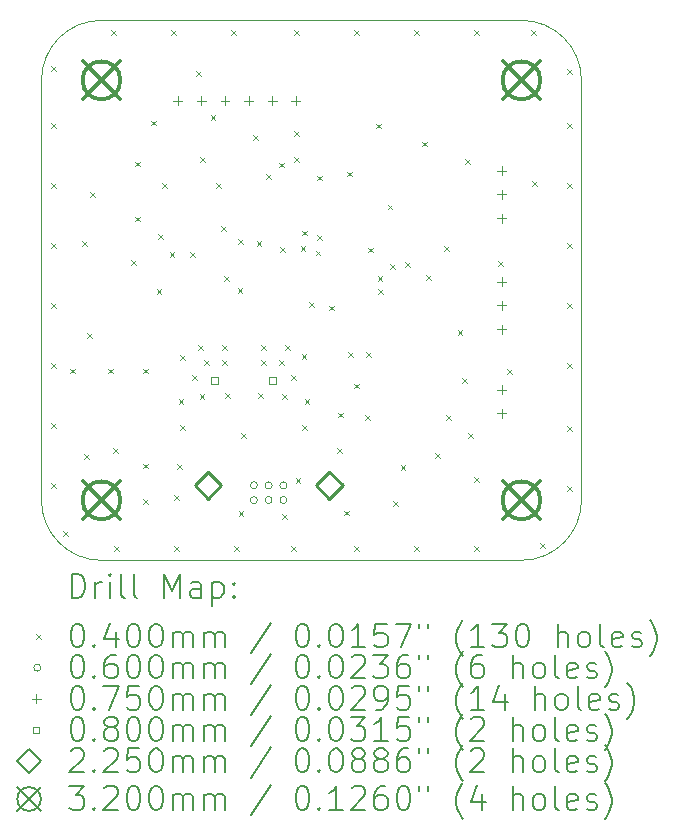
<source format=gbr>
%TF.GenerationSoftware,KiCad,Pcbnew,7.0.8*%
%TF.CreationDate,2024-04-09T21:15:35-04:00*%
%TF.ProjectId,vibBoard,76696242-6f61-4726-942e-6b696361645f,rev?*%
%TF.SameCoordinates,Original*%
%TF.FileFunction,Drillmap*%
%TF.FilePolarity,Positive*%
%FSLAX45Y45*%
G04 Gerber Fmt 4.5, Leading zero omitted, Abs format (unit mm)*
G04 Created by KiCad (PCBNEW 7.0.8) date 2024-04-09 21:15:35*
%MOMM*%
%LPD*%
G01*
G04 APERTURE LIST*
%ADD10C,0.100000*%
%ADD11C,0.200000*%
%ADD12C,0.040000*%
%ADD13C,0.060000*%
%ADD14C,0.075000*%
%ADD15C,0.080000*%
%ADD16C,0.225000*%
%ADD17C,0.320000*%
G04 APERTURE END LIST*
D10*
X17399000Y-13335000D02*
X17399000Y-9779000D01*
X16891000Y-13843000D02*
X13335000Y-13843000D01*
X17399000Y-9779000D02*
G75*
G03*
X16891000Y-9271000I-508000J0D01*
G01*
X13335000Y-9271000D02*
X16891000Y-9271000D01*
X16891000Y-13843000D02*
G75*
G03*
X17399000Y-13335000I0J508000D01*
G01*
X13335000Y-9271000D02*
G75*
G03*
X12827000Y-9779000I0J-508000D01*
G01*
X12827000Y-13335000D02*
X12827000Y-9779000D01*
X12827000Y-13335000D02*
G75*
G03*
X13335000Y-13843000I508000J0D01*
G01*
D11*
D12*
X12908600Y-9657400D02*
X12948600Y-9697400D01*
X12948600Y-9657400D02*
X12908600Y-9697400D01*
X12908600Y-10140000D02*
X12948600Y-10180000D01*
X12948600Y-10140000D02*
X12908600Y-10180000D01*
X12908600Y-10648000D02*
X12948600Y-10688000D01*
X12948600Y-10648000D02*
X12908600Y-10688000D01*
X12908600Y-11156000D02*
X12948600Y-11196000D01*
X12948600Y-11156000D02*
X12908600Y-11196000D01*
X12908600Y-11664000D02*
X12948600Y-11704000D01*
X12948600Y-11664000D02*
X12908600Y-11704000D01*
X12908600Y-12172000D02*
X12948600Y-12212000D01*
X12948600Y-12172000D02*
X12908600Y-12212000D01*
X12908600Y-12680000D02*
X12948600Y-12720000D01*
X12948600Y-12680000D02*
X12908600Y-12720000D01*
X12908600Y-13188000D02*
X12948600Y-13228000D01*
X12948600Y-13188000D02*
X12908600Y-13228000D01*
X13010200Y-13594400D02*
X13050200Y-13634400D01*
X13050200Y-13594400D02*
X13010200Y-13634400D01*
X13069800Y-12221200D02*
X13109800Y-12261200D01*
X13109800Y-12221200D02*
X13069800Y-12261200D01*
X13170220Y-11140760D02*
X13210220Y-11180760D01*
X13210220Y-11140760D02*
X13170220Y-11180760D01*
X13185460Y-12944160D02*
X13225460Y-12984160D01*
X13225460Y-12944160D02*
X13185460Y-12984160D01*
X13213400Y-11918000D02*
X13253400Y-11958000D01*
X13253400Y-11918000D02*
X13213400Y-11958000D01*
X13238800Y-10724200D02*
X13278800Y-10764200D01*
X13278800Y-10724200D02*
X13238800Y-10764200D01*
X13391200Y-12219150D02*
X13431200Y-12259150D01*
X13431200Y-12219150D02*
X13391200Y-12259150D01*
X13416600Y-9352600D02*
X13456600Y-9392600D01*
X13456600Y-9352600D02*
X13416600Y-9392600D01*
X13436920Y-12893360D02*
X13476920Y-12933360D01*
X13476920Y-12893360D02*
X13436920Y-12933360D01*
X13442000Y-13721400D02*
X13482000Y-13761400D01*
X13482000Y-13721400D02*
X13442000Y-13761400D01*
X13586400Y-11300400D02*
X13626400Y-11340400D01*
X13626400Y-11300400D02*
X13586400Y-11340400D01*
X13617260Y-10932480D02*
X13657260Y-10972480D01*
X13657260Y-10932480D02*
X13617260Y-10972480D01*
X13621400Y-10468600D02*
X13661400Y-10508600D01*
X13661400Y-10468600D02*
X13621400Y-10508600D01*
X13685840Y-13327700D02*
X13725840Y-13367700D01*
X13725840Y-13327700D02*
X13685840Y-13367700D01*
X13687200Y-12219150D02*
X13727200Y-12259150D01*
X13727200Y-12219150D02*
X13687200Y-12259150D01*
X13690920Y-13025440D02*
X13730920Y-13065440D01*
X13730920Y-13025440D02*
X13690920Y-13065440D01*
X13756960Y-10119680D02*
X13796960Y-10159680D01*
X13796960Y-10119680D02*
X13756960Y-10159680D01*
X13802680Y-11547160D02*
X13842680Y-11587160D01*
X13842680Y-11547160D02*
X13802680Y-11587160D01*
X13817920Y-11079400D02*
X13857920Y-11119400D01*
X13857920Y-11079400D02*
X13817920Y-11119400D01*
X13848400Y-10648000D02*
X13888400Y-10688000D01*
X13888400Y-10648000D02*
X13848400Y-10688000D01*
X13911900Y-11232200D02*
X13951900Y-11272200D01*
X13951900Y-11232200D02*
X13911900Y-11272200D01*
X13924600Y-9352600D02*
X13964600Y-9392600D01*
X13964600Y-9352600D02*
X13924600Y-9392600D01*
X13950000Y-13721400D02*
X13990000Y-13761400D01*
X13990000Y-13721400D02*
X13950000Y-13761400D01*
X13952540Y-13292140D02*
X13992540Y-13332140D01*
X13992540Y-13292140D02*
X13952540Y-13332140D01*
X13972860Y-13030520D02*
X14012860Y-13070520D01*
X14012860Y-13030520D02*
X13972860Y-13070520D01*
X13988100Y-12476800D02*
X14028100Y-12516800D01*
X14028100Y-12476800D02*
X13988100Y-12516800D01*
X14000800Y-12108500D02*
X14040800Y-12148500D01*
X14040800Y-12108500D02*
X14000800Y-12148500D01*
X14000800Y-12697780D02*
X14040800Y-12737780D01*
X14040800Y-12697780D02*
X14000800Y-12737780D01*
X14087160Y-11232200D02*
X14127160Y-11272200D01*
X14127160Y-11232200D02*
X14087160Y-11272200D01*
X14102400Y-12273600D02*
X14142400Y-12313600D01*
X14142400Y-12273600D02*
X14102400Y-12313600D01*
X14137960Y-9703120D02*
X14177960Y-9743120D01*
X14177960Y-9703120D02*
X14137960Y-9743120D01*
X14153200Y-12019600D02*
X14193200Y-12059600D01*
X14193200Y-12019600D02*
X14153200Y-12059600D01*
X14165900Y-12438700D02*
X14205900Y-12478700D01*
X14205900Y-12438700D02*
X14165900Y-12478700D01*
X14168440Y-10429560D02*
X14208440Y-10469560D01*
X14208440Y-10429560D02*
X14168440Y-10469560D01*
X14204000Y-12146600D02*
X14244000Y-12186600D01*
X14244000Y-12146600D02*
X14204000Y-12186600D01*
X14259880Y-10076500D02*
X14299880Y-10116500D01*
X14299880Y-10076500D02*
X14259880Y-10116500D01*
X14305600Y-10648000D02*
X14345600Y-10688000D01*
X14345600Y-10648000D02*
X14305600Y-10688000D01*
X14346240Y-11013760D02*
X14386240Y-11053760D01*
X14386240Y-11013760D02*
X14346240Y-11053760D01*
X14356400Y-12019600D02*
X14396400Y-12059600D01*
X14396400Y-12019600D02*
X14356400Y-12059600D01*
X14356400Y-12146600D02*
X14396400Y-12186600D01*
X14396400Y-12146600D02*
X14356400Y-12186600D01*
X14376720Y-11435400D02*
X14416720Y-11475400D01*
X14416720Y-11435400D02*
X14376720Y-11475400D01*
X14381800Y-12426000D02*
X14421800Y-12466000D01*
X14421800Y-12426000D02*
X14381800Y-12466000D01*
X14432600Y-9352600D02*
X14472600Y-9392600D01*
X14472600Y-9352600D02*
X14432600Y-9392600D01*
X14458000Y-13721400D02*
X14498000Y-13761400D01*
X14498000Y-13721400D02*
X14458000Y-13761400D01*
X14488480Y-11537000D02*
X14528480Y-11577000D01*
X14528480Y-11537000D02*
X14488480Y-11577000D01*
X14493560Y-11125520D02*
X14533560Y-11165520D01*
X14533560Y-11125520D02*
X14493560Y-11165520D01*
X14496100Y-13429300D02*
X14536100Y-13469300D01*
X14536100Y-13429300D02*
X14496100Y-13469300D01*
X14518960Y-12763820D02*
X14558960Y-12803820D01*
X14558960Y-12763820D02*
X14518960Y-12803820D01*
X14620560Y-10241600D02*
X14660560Y-10281600D01*
X14660560Y-10241600D02*
X14620560Y-10281600D01*
X14648500Y-11143300D02*
X14688500Y-11183300D01*
X14688500Y-11143300D02*
X14648500Y-11183300D01*
X14661200Y-12426000D02*
X14701200Y-12466000D01*
X14701200Y-12426000D02*
X14661200Y-12466000D01*
X14686600Y-12019600D02*
X14726600Y-12059600D01*
X14726600Y-12019600D02*
X14686600Y-12059600D01*
X14686600Y-12146600D02*
X14726600Y-12186600D01*
X14726600Y-12146600D02*
X14686600Y-12186600D01*
X14732320Y-10571800D02*
X14772320Y-10611800D01*
X14772320Y-10571800D02*
X14732320Y-10611800D01*
X14839000Y-10475280D02*
X14879000Y-10515280D01*
X14879000Y-10475280D02*
X14839000Y-10515280D01*
X14839000Y-12146600D02*
X14879000Y-12186600D01*
X14879000Y-12146600D02*
X14839000Y-12186600D01*
X14844975Y-11189052D02*
X14884975Y-11229052D01*
X14884975Y-11189052D02*
X14844975Y-11229052D01*
X14864400Y-12438700D02*
X14904400Y-12478700D01*
X14904400Y-12438700D02*
X14864400Y-12478700D01*
X14864400Y-13454700D02*
X14904400Y-13494700D01*
X14904400Y-13454700D02*
X14864400Y-13494700D01*
X14889800Y-12019600D02*
X14929800Y-12059600D01*
X14929800Y-12019600D02*
X14889800Y-12059600D01*
X14940600Y-12273600D02*
X14980600Y-12313600D01*
X14980600Y-12273600D02*
X14940600Y-12313600D01*
X14940600Y-13721400D02*
X14980600Y-13761400D01*
X14980600Y-13721400D02*
X14940600Y-13761400D01*
X14966000Y-9352600D02*
X15006000Y-9392600D01*
X15006000Y-9352600D02*
X14966000Y-9392600D01*
X14966000Y-10429560D02*
X15006000Y-10469560D01*
X15006000Y-10429560D02*
X14966000Y-10469560D01*
X14968540Y-10211120D02*
X15008540Y-10251120D01*
X15008540Y-10211120D02*
X14968540Y-10251120D01*
X14978700Y-13149900D02*
X15018700Y-13189900D01*
X15018700Y-13149900D02*
X14978700Y-13189900D01*
X15021880Y-11181400D02*
X15061880Y-11221400D01*
X15061880Y-11181400D02*
X15021880Y-11221400D01*
X15029500Y-12095800D02*
X15069500Y-12135800D01*
X15069500Y-12095800D02*
X15029500Y-12135800D01*
X15032040Y-12697780D02*
X15072040Y-12737780D01*
X15072040Y-12697780D02*
X15032040Y-12737780D01*
X15035475Y-11051860D02*
X15075475Y-11091860D01*
X15075475Y-11051860D02*
X15035475Y-11091860D01*
X15054900Y-12476800D02*
X15094900Y-12516800D01*
X15094900Y-12476800D02*
X15054900Y-12516800D01*
X15095661Y-11657082D02*
X15135661Y-11697082D01*
X15135661Y-11657082D02*
X15095661Y-11697082D01*
X15148880Y-11222040D02*
X15188880Y-11262040D01*
X15188880Y-11222040D02*
X15148880Y-11262040D01*
X15159040Y-10587040D02*
X15199040Y-10627040D01*
X15199040Y-10587040D02*
X15159040Y-10627040D01*
X15159040Y-11089960D02*
X15199040Y-11129960D01*
X15199040Y-11089960D02*
X15159040Y-11129960D01*
X15260640Y-11687755D02*
X15300640Y-11727755D01*
X15300640Y-11687755D02*
X15260640Y-11727755D01*
X15331760Y-12890820D02*
X15371760Y-12930820D01*
X15371760Y-12890820D02*
X15331760Y-12930820D01*
X15339380Y-12593640D02*
X15379380Y-12633640D01*
X15379380Y-12593640D02*
X15339380Y-12633640D01*
X15387640Y-13421680D02*
X15427640Y-13461680D01*
X15427640Y-13421680D02*
X15387640Y-13461680D01*
X15413040Y-10551480D02*
X15453040Y-10591480D01*
X15453040Y-10551480D02*
X15413040Y-10591480D01*
X15423200Y-12083100D02*
X15463200Y-12123100D01*
X15463200Y-12083100D02*
X15423200Y-12123100D01*
X15471460Y-12347260D02*
X15511460Y-12387260D01*
X15511460Y-12347260D02*
X15471460Y-12387260D01*
X15474000Y-9352600D02*
X15514000Y-9392600D01*
X15514000Y-9352600D02*
X15474000Y-9392600D01*
X15474000Y-13721400D02*
X15514000Y-13761400D01*
X15514000Y-13721400D02*
X15474000Y-13761400D01*
X15568575Y-12616500D02*
X15608575Y-12656500D01*
X15608575Y-12616500D02*
X15568575Y-12656500D01*
X15575600Y-12083100D02*
X15615600Y-12123100D01*
X15615600Y-12083100D02*
X15575600Y-12123100D01*
X15590840Y-11196640D02*
X15630840Y-11236640D01*
X15630840Y-11196640D02*
X15590840Y-11236640D01*
X15661960Y-10145080D02*
X15701960Y-10185080D01*
X15701960Y-10145080D02*
X15661960Y-10185080D01*
X15674455Y-11434445D02*
X15714455Y-11474445D01*
X15714455Y-11434445D02*
X15674455Y-11474445D01*
X15676770Y-11549270D02*
X15716770Y-11589270D01*
X15716770Y-11549270D02*
X15676770Y-11589270D01*
X15758480Y-10830880D02*
X15798480Y-10870880D01*
X15798480Y-10830880D02*
X15758480Y-10870880D01*
X15779230Y-11334230D02*
X15819230Y-11374230D01*
X15819230Y-11334230D02*
X15779230Y-11374230D01*
X15804200Y-13340400D02*
X15844200Y-13380400D01*
X15844200Y-13340400D02*
X15804200Y-13380400D01*
X15867200Y-13035600D02*
X15907200Y-13075600D01*
X15907200Y-13035600D02*
X15867200Y-13075600D01*
X15905800Y-11321100D02*
X15945800Y-11361100D01*
X15945800Y-11321100D02*
X15905800Y-11361100D01*
X15982000Y-9352600D02*
X16022000Y-9392600D01*
X16022000Y-9352600D02*
X15982000Y-9392600D01*
X15982000Y-13721400D02*
X16022000Y-13761400D01*
X16022000Y-13721400D02*
X15982000Y-13761400D01*
X16048040Y-10297480D02*
X16088040Y-10337480D01*
X16088040Y-10297480D02*
X16048040Y-10337480D01*
X16083600Y-11427780D02*
X16123600Y-11467780D01*
X16123600Y-11427780D02*
X16083600Y-11467780D01*
X16159800Y-12934000D02*
X16199800Y-12974000D01*
X16199800Y-12934000D02*
X16159800Y-12974000D01*
X16236000Y-11181400D02*
X16276000Y-11221400D01*
X16276000Y-11181400D02*
X16236000Y-11221400D01*
X16256320Y-12611420D02*
X16296320Y-12651420D01*
X16296320Y-12611420D02*
X16256320Y-12651420D01*
X16350300Y-11892600D02*
X16390300Y-11932600D01*
X16390300Y-11892600D02*
X16350300Y-11932600D01*
X16388400Y-12299000D02*
X16428400Y-12339000D01*
X16428400Y-12299000D02*
X16388400Y-12339000D01*
X16413800Y-10444800D02*
X16453800Y-10484800D01*
X16453800Y-10444800D02*
X16413800Y-10484800D01*
X16439200Y-12768900D02*
X16479200Y-12808900D01*
X16479200Y-12768900D02*
X16439200Y-12808900D01*
X16490000Y-9352600D02*
X16530000Y-9392600D01*
X16530000Y-9352600D02*
X16490000Y-9392600D01*
X16490000Y-13137200D02*
X16530000Y-13177200D01*
X16530000Y-13137200D02*
X16490000Y-13177200D01*
X16490000Y-13721400D02*
X16530000Y-13761400D01*
X16530000Y-13721400D02*
X16490000Y-13761400D01*
X16693200Y-11308400D02*
X16733200Y-11348400D01*
X16733200Y-11308400D02*
X16693200Y-11348400D01*
X16769400Y-12222800D02*
X16809400Y-12262800D01*
X16809400Y-12222800D02*
X16769400Y-12262800D01*
X16972600Y-9352600D02*
X17012600Y-9392600D01*
X17012600Y-9352600D02*
X16972600Y-9392600D01*
X16982760Y-10632760D02*
X17022760Y-10672760D01*
X17022760Y-10632760D02*
X16982760Y-10672760D01*
X17048800Y-13696000D02*
X17088800Y-13736000D01*
X17088800Y-13696000D02*
X17048800Y-13736000D01*
X17277400Y-9682800D02*
X17317400Y-9722800D01*
X17317400Y-9682800D02*
X17277400Y-9722800D01*
X17277400Y-10140000D02*
X17317400Y-10180000D01*
X17317400Y-10140000D02*
X17277400Y-10180000D01*
X17277400Y-10648000D02*
X17317400Y-10688000D01*
X17317400Y-10648000D02*
X17277400Y-10688000D01*
X17277400Y-11156000D02*
X17317400Y-11196000D01*
X17317400Y-11156000D02*
X17277400Y-11196000D01*
X17277400Y-11664000D02*
X17317400Y-11704000D01*
X17317400Y-11664000D02*
X17277400Y-11704000D01*
X17277400Y-12172000D02*
X17317400Y-12212000D01*
X17317400Y-12172000D02*
X17277400Y-12212000D01*
X17277400Y-12705400D02*
X17317400Y-12745400D01*
X17317400Y-12705400D02*
X17277400Y-12745400D01*
X17277400Y-13213400D02*
X17317400Y-13253400D01*
X17317400Y-13213400D02*
X17277400Y-13253400D01*
D13*
X14655400Y-13208000D02*
G75*
G03*
X14655400Y-13208000I-30000J0D01*
G01*
X14655400Y-13333000D02*
G75*
G03*
X14655400Y-13333000I-30000J0D01*
G01*
X14780400Y-13208000D02*
G75*
G03*
X14780400Y-13208000I-30000J0D01*
G01*
X14780400Y-13333000D02*
G75*
G03*
X14780400Y-13333000I-30000J0D01*
G01*
X14905400Y-13208000D02*
G75*
G03*
X14905400Y-13208000I-30000J0D01*
G01*
X14905400Y-13333000D02*
G75*
G03*
X14905400Y-13333000I-30000J0D01*
G01*
D14*
X13980920Y-9914220D02*
X13980920Y-9989220D01*
X13943420Y-9951720D02*
X14018420Y-9951720D01*
X14180920Y-9914220D02*
X14180920Y-9989220D01*
X14143420Y-9951720D02*
X14218420Y-9951720D01*
X14380920Y-9914220D02*
X14380920Y-9989220D01*
X14343420Y-9951720D02*
X14418420Y-9951720D01*
X14580920Y-9914220D02*
X14580920Y-9989220D01*
X14543420Y-9951720D02*
X14618420Y-9951720D01*
X14780920Y-9914220D02*
X14780920Y-9989220D01*
X14743420Y-9951720D02*
X14818420Y-9951720D01*
X14980920Y-9914220D02*
X14980920Y-9989220D01*
X14943420Y-9951720D02*
X15018420Y-9951720D01*
X16722200Y-10508300D02*
X16722200Y-10583300D01*
X16684700Y-10545800D02*
X16759700Y-10545800D01*
X16722200Y-10708300D02*
X16722200Y-10783300D01*
X16684700Y-10745800D02*
X16759700Y-10745800D01*
X16722200Y-10908300D02*
X16722200Y-10983300D01*
X16684700Y-10945800D02*
X16759700Y-10945800D01*
X16722200Y-11448100D02*
X16722200Y-11523100D01*
X16684700Y-11485600D02*
X16759700Y-11485600D01*
X16722200Y-11648100D02*
X16722200Y-11723100D01*
X16684700Y-11685600D02*
X16759700Y-11685600D01*
X16722200Y-11848100D02*
X16722200Y-11923100D01*
X16684700Y-11885600D02*
X16759700Y-11885600D01*
X16722200Y-12362500D02*
X16722200Y-12437500D01*
X16684700Y-12400000D02*
X16759700Y-12400000D01*
X16722200Y-12562500D02*
X16722200Y-12637500D01*
X16684700Y-12600000D02*
X16759700Y-12600000D01*
D15*
X14323084Y-12347284D02*
X14323084Y-12290715D01*
X14266515Y-12290715D01*
X14266515Y-12347284D01*
X14323084Y-12347284D01*
X14811084Y-12347284D02*
X14811084Y-12290715D01*
X14754515Y-12290715D01*
X14754515Y-12347284D01*
X14811084Y-12347284D01*
D16*
X14235400Y-13320500D02*
X14347900Y-13208000D01*
X14235400Y-13095500D01*
X14122900Y-13208000D01*
X14235400Y-13320500D01*
X15265400Y-13320500D02*
X15377900Y-13208000D01*
X15265400Y-13095500D01*
X15152900Y-13208000D01*
X15265400Y-13320500D01*
D17*
X13175000Y-9619000D02*
X13495000Y-9939000D01*
X13495000Y-9619000D02*
X13175000Y-9939000D01*
X13495000Y-9779000D02*
G75*
G03*
X13495000Y-9779000I-160000J0D01*
G01*
X13175000Y-13175000D02*
X13495000Y-13495000D01*
X13495000Y-13175000D02*
X13175000Y-13495000D01*
X13495000Y-13335000D02*
G75*
G03*
X13495000Y-13335000I-160000J0D01*
G01*
X16731000Y-9619000D02*
X17051000Y-9939000D01*
X17051000Y-9619000D02*
X16731000Y-9939000D01*
X17051000Y-9779000D02*
G75*
G03*
X17051000Y-9779000I-160000J0D01*
G01*
X16731000Y-13175000D02*
X17051000Y-13495000D01*
X17051000Y-13175000D02*
X16731000Y-13495000D01*
X17051000Y-13335000D02*
G75*
G03*
X17051000Y-13335000I-160000J0D01*
G01*
D11*
X13082777Y-14159484D02*
X13082777Y-13959484D01*
X13082777Y-13959484D02*
X13130396Y-13959484D01*
X13130396Y-13959484D02*
X13158967Y-13969008D01*
X13158967Y-13969008D02*
X13178015Y-13988055D01*
X13178015Y-13988055D02*
X13187539Y-14007103D01*
X13187539Y-14007103D02*
X13197062Y-14045198D01*
X13197062Y-14045198D02*
X13197062Y-14073769D01*
X13197062Y-14073769D02*
X13187539Y-14111865D01*
X13187539Y-14111865D02*
X13178015Y-14130912D01*
X13178015Y-14130912D02*
X13158967Y-14149960D01*
X13158967Y-14149960D02*
X13130396Y-14159484D01*
X13130396Y-14159484D02*
X13082777Y-14159484D01*
X13282777Y-14159484D02*
X13282777Y-14026150D01*
X13282777Y-14064246D02*
X13292301Y-14045198D01*
X13292301Y-14045198D02*
X13301824Y-14035674D01*
X13301824Y-14035674D02*
X13320872Y-14026150D01*
X13320872Y-14026150D02*
X13339920Y-14026150D01*
X13406586Y-14159484D02*
X13406586Y-14026150D01*
X13406586Y-13959484D02*
X13397062Y-13969008D01*
X13397062Y-13969008D02*
X13406586Y-13978531D01*
X13406586Y-13978531D02*
X13416110Y-13969008D01*
X13416110Y-13969008D02*
X13406586Y-13959484D01*
X13406586Y-13959484D02*
X13406586Y-13978531D01*
X13530396Y-14159484D02*
X13511348Y-14149960D01*
X13511348Y-14149960D02*
X13501824Y-14130912D01*
X13501824Y-14130912D02*
X13501824Y-13959484D01*
X13635158Y-14159484D02*
X13616110Y-14149960D01*
X13616110Y-14149960D02*
X13606586Y-14130912D01*
X13606586Y-14130912D02*
X13606586Y-13959484D01*
X13863729Y-14159484D02*
X13863729Y-13959484D01*
X13863729Y-13959484D02*
X13930396Y-14102341D01*
X13930396Y-14102341D02*
X13997062Y-13959484D01*
X13997062Y-13959484D02*
X13997062Y-14159484D01*
X14178015Y-14159484D02*
X14178015Y-14054722D01*
X14178015Y-14054722D02*
X14168491Y-14035674D01*
X14168491Y-14035674D02*
X14149443Y-14026150D01*
X14149443Y-14026150D02*
X14111348Y-14026150D01*
X14111348Y-14026150D02*
X14092301Y-14035674D01*
X14178015Y-14149960D02*
X14158967Y-14159484D01*
X14158967Y-14159484D02*
X14111348Y-14159484D01*
X14111348Y-14159484D02*
X14092301Y-14149960D01*
X14092301Y-14149960D02*
X14082777Y-14130912D01*
X14082777Y-14130912D02*
X14082777Y-14111865D01*
X14082777Y-14111865D02*
X14092301Y-14092817D01*
X14092301Y-14092817D02*
X14111348Y-14083293D01*
X14111348Y-14083293D02*
X14158967Y-14083293D01*
X14158967Y-14083293D02*
X14178015Y-14073769D01*
X14273253Y-14026150D02*
X14273253Y-14226150D01*
X14273253Y-14035674D02*
X14292301Y-14026150D01*
X14292301Y-14026150D02*
X14330396Y-14026150D01*
X14330396Y-14026150D02*
X14349443Y-14035674D01*
X14349443Y-14035674D02*
X14358967Y-14045198D01*
X14358967Y-14045198D02*
X14368491Y-14064246D01*
X14368491Y-14064246D02*
X14368491Y-14121388D01*
X14368491Y-14121388D02*
X14358967Y-14140436D01*
X14358967Y-14140436D02*
X14349443Y-14149960D01*
X14349443Y-14149960D02*
X14330396Y-14159484D01*
X14330396Y-14159484D02*
X14292301Y-14159484D01*
X14292301Y-14159484D02*
X14273253Y-14149960D01*
X14454205Y-14140436D02*
X14463729Y-14149960D01*
X14463729Y-14149960D02*
X14454205Y-14159484D01*
X14454205Y-14159484D02*
X14444682Y-14149960D01*
X14444682Y-14149960D02*
X14454205Y-14140436D01*
X14454205Y-14140436D02*
X14454205Y-14159484D01*
X14454205Y-14035674D02*
X14463729Y-14045198D01*
X14463729Y-14045198D02*
X14454205Y-14054722D01*
X14454205Y-14054722D02*
X14444682Y-14045198D01*
X14444682Y-14045198D02*
X14454205Y-14035674D01*
X14454205Y-14035674D02*
X14454205Y-14054722D01*
D12*
X12782000Y-14468000D02*
X12822000Y-14508000D01*
X12822000Y-14468000D02*
X12782000Y-14508000D01*
D11*
X13120872Y-14379484D02*
X13139920Y-14379484D01*
X13139920Y-14379484D02*
X13158967Y-14389008D01*
X13158967Y-14389008D02*
X13168491Y-14398531D01*
X13168491Y-14398531D02*
X13178015Y-14417579D01*
X13178015Y-14417579D02*
X13187539Y-14455674D01*
X13187539Y-14455674D02*
X13187539Y-14503293D01*
X13187539Y-14503293D02*
X13178015Y-14541388D01*
X13178015Y-14541388D02*
X13168491Y-14560436D01*
X13168491Y-14560436D02*
X13158967Y-14569960D01*
X13158967Y-14569960D02*
X13139920Y-14579484D01*
X13139920Y-14579484D02*
X13120872Y-14579484D01*
X13120872Y-14579484D02*
X13101824Y-14569960D01*
X13101824Y-14569960D02*
X13092301Y-14560436D01*
X13092301Y-14560436D02*
X13082777Y-14541388D01*
X13082777Y-14541388D02*
X13073253Y-14503293D01*
X13073253Y-14503293D02*
X13073253Y-14455674D01*
X13073253Y-14455674D02*
X13082777Y-14417579D01*
X13082777Y-14417579D02*
X13092301Y-14398531D01*
X13092301Y-14398531D02*
X13101824Y-14389008D01*
X13101824Y-14389008D02*
X13120872Y-14379484D01*
X13273253Y-14560436D02*
X13282777Y-14569960D01*
X13282777Y-14569960D02*
X13273253Y-14579484D01*
X13273253Y-14579484D02*
X13263729Y-14569960D01*
X13263729Y-14569960D02*
X13273253Y-14560436D01*
X13273253Y-14560436D02*
X13273253Y-14579484D01*
X13454205Y-14446150D02*
X13454205Y-14579484D01*
X13406586Y-14369960D02*
X13358967Y-14512817D01*
X13358967Y-14512817D02*
X13482777Y-14512817D01*
X13597062Y-14379484D02*
X13616110Y-14379484D01*
X13616110Y-14379484D02*
X13635158Y-14389008D01*
X13635158Y-14389008D02*
X13644682Y-14398531D01*
X13644682Y-14398531D02*
X13654205Y-14417579D01*
X13654205Y-14417579D02*
X13663729Y-14455674D01*
X13663729Y-14455674D02*
X13663729Y-14503293D01*
X13663729Y-14503293D02*
X13654205Y-14541388D01*
X13654205Y-14541388D02*
X13644682Y-14560436D01*
X13644682Y-14560436D02*
X13635158Y-14569960D01*
X13635158Y-14569960D02*
X13616110Y-14579484D01*
X13616110Y-14579484D02*
X13597062Y-14579484D01*
X13597062Y-14579484D02*
X13578015Y-14569960D01*
X13578015Y-14569960D02*
X13568491Y-14560436D01*
X13568491Y-14560436D02*
X13558967Y-14541388D01*
X13558967Y-14541388D02*
X13549443Y-14503293D01*
X13549443Y-14503293D02*
X13549443Y-14455674D01*
X13549443Y-14455674D02*
X13558967Y-14417579D01*
X13558967Y-14417579D02*
X13568491Y-14398531D01*
X13568491Y-14398531D02*
X13578015Y-14389008D01*
X13578015Y-14389008D02*
X13597062Y-14379484D01*
X13787539Y-14379484D02*
X13806586Y-14379484D01*
X13806586Y-14379484D02*
X13825634Y-14389008D01*
X13825634Y-14389008D02*
X13835158Y-14398531D01*
X13835158Y-14398531D02*
X13844682Y-14417579D01*
X13844682Y-14417579D02*
X13854205Y-14455674D01*
X13854205Y-14455674D02*
X13854205Y-14503293D01*
X13854205Y-14503293D02*
X13844682Y-14541388D01*
X13844682Y-14541388D02*
X13835158Y-14560436D01*
X13835158Y-14560436D02*
X13825634Y-14569960D01*
X13825634Y-14569960D02*
X13806586Y-14579484D01*
X13806586Y-14579484D02*
X13787539Y-14579484D01*
X13787539Y-14579484D02*
X13768491Y-14569960D01*
X13768491Y-14569960D02*
X13758967Y-14560436D01*
X13758967Y-14560436D02*
X13749443Y-14541388D01*
X13749443Y-14541388D02*
X13739920Y-14503293D01*
X13739920Y-14503293D02*
X13739920Y-14455674D01*
X13739920Y-14455674D02*
X13749443Y-14417579D01*
X13749443Y-14417579D02*
X13758967Y-14398531D01*
X13758967Y-14398531D02*
X13768491Y-14389008D01*
X13768491Y-14389008D02*
X13787539Y-14379484D01*
X13939920Y-14579484D02*
X13939920Y-14446150D01*
X13939920Y-14465198D02*
X13949443Y-14455674D01*
X13949443Y-14455674D02*
X13968491Y-14446150D01*
X13968491Y-14446150D02*
X13997063Y-14446150D01*
X13997063Y-14446150D02*
X14016110Y-14455674D01*
X14016110Y-14455674D02*
X14025634Y-14474722D01*
X14025634Y-14474722D02*
X14025634Y-14579484D01*
X14025634Y-14474722D02*
X14035158Y-14455674D01*
X14035158Y-14455674D02*
X14054205Y-14446150D01*
X14054205Y-14446150D02*
X14082777Y-14446150D01*
X14082777Y-14446150D02*
X14101824Y-14455674D01*
X14101824Y-14455674D02*
X14111348Y-14474722D01*
X14111348Y-14474722D02*
X14111348Y-14579484D01*
X14206586Y-14579484D02*
X14206586Y-14446150D01*
X14206586Y-14465198D02*
X14216110Y-14455674D01*
X14216110Y-14455674D02*
X14235158Y-14446150D01*
X14235158Y-14446150D02*
X14263729Y-14446150D01*
X14263729Y-14446150D02*
X14282777Y-14455674D01*
X14282777Y-14455674D02*
X14292301Y-14474722D01*
X14292301Y-14474722D02*
X14292301Y-14579484D01*
X14292301Y-14474722D02*
X14301824Y-14455674D01*
X14301824Y-14455674D02*
X14320872Y-14446150D01*
X14320872Y-14446150D02*
X14349443Y-14446150D01*
X14349443Y-14446150D02*
X14368491Y-14455674D01*
X14368491Y-14455674D02*
X14378015Y-14474722D01*
X14378015Y-14474722D02*
X14378015Y-14579484D01*
X14768491Y-14369960D02*
X14597063Y-14627103D01*
X15025634Y-14379484D02*
X15044682Y-14379484D01*
X15044682Y-14379484D02*
X15063729Y-14389008D01*
X15063729Y-14389008D02*
X15073253Y-14398531D01*
X15073253Y-14398531D02*
X15082777Y-14417579D01*
X15082777Y-14417579D02*
X15092301Y-14455674D01*
X15092301Y-14455674D02*
X15092301Y-14503293D01*
X15092301Y-14503293D02*
X15082777Y-14541388D01*
X15082777Y-14541388D02*
X15073253Y-14560436D01*
X15073253Y-14560436D02*
X15063729Y-14569960D01*
X15063729Y-14569960D02*
X15044682Y-14579484D01*
X15044682Y-14579484D02*
X15025634Y-14579484D01*
X15025634Y-14579484D02*
X15006586Y-14569960D01*
X15006586Y-14569960D02*
X14997063Y-14560436D01*
X14997063Y-14560436D02*
X14987539Y-14541388D01*
X14987539Y-14541388D02*
X14978015Y-14503293D01*
X14978015Y-14503293D02*
X14978015Y-14455674D01*
X14978015Y-14455674D02*
X14987539Y-14417579D01*
X14987539Y-14417579D02*
X14997063Y-14398531D01*
X14997063Y-14398531D02*
X15006586Y-14389008D01*
X15006586Y-14389008D02*
X15025634Y-14379484D01*
X15178015Y-14560436D02*
X15187539Y-14569960D01*
X15187539Y-14569960D02*
X15178015Y-14579484D01*
X15178015Y-14579484D02*
X15168491Y-14569960D01*
X15168491Y-14569960D02*
X15178015Y-14560436D01*
X15178015Y-14560436D02*
X15178015Y-14579484D01*
X15311348Y-14379484D02*
X15330396Y-14379484D01*
X15330396Y-14379484D02*
X15349444Y-14389008D01*
X15349444Y-14389008D02*
X15358967Y-14398531D01*
X15358967Y-14398531D02*
X15368491Y-14417579D01*
X15368491Y-14417579D02*
X15378015Y-14455674D01*
X15378015Y-14455674D02*
X15378015Y-14503293D01*
X15378015Y-14503293D02*
X15368491Y-14541388D01*
X15368491Y-14541388D02*
X15358967Y-14560436D01*
X15358967Y-14560436D02*
X15349444Y-14569960D01*
X15349444Y-14569960D02*
X15330396Y-14579484D01*
X15330396Y-14579484D02*
X15311348Y-14579484D01*
X15311348Y-14579484D02*
X15292301Y-14569960D01*
X15292301Y-14569960D02*
X15282777Y-14560436D01*
X15282777Y-14560436D02*
X15273253Y-14541388D01*
X15273253Y-14541388D02*
X15263729Y-14503293D01*
X15263729Y-14503293D02*
X15263729Y-14455674D01*
X15263729Y-14455674D02*
X15273253Y-14417579D01*
X15273253Y-14417579D02*
X15282777Y-14398531D01*
X15282777Y-14398531D02*
X15292301Y-14389008D01*
X15292301Y-14389008D02*
X15311348Y-14379484D01*
X15568491Y-14579484D02*
X15454206Y-14579484D01*
X15511348Y-14579484D02*
X15511348Y-14379484D01*
X15511348Y-14379484D02*
X15492301Y-14408055D01*
X15492301Y-14408055D02*
X15473253Y-14427103D01*
X15473253Y-14427103D02*
X15454206Y-14436627D01*
X15749444Y-14379484D02*
X15654206Y-14379484D01*
X15654206Y-14379484D02*
X15644682Y-14474722D01*
X15644682Y-14474722D02*
X15654206Y-14465198D01*
X15654206Y-14465198D02*
X15673253Y-14455674D01*
X15673253Y-14455674D02*
X15720872Y-14455674D01*
X15720872Y-14455674D02*
X15739920Y-14465198D01*
X15739920Y-14465198D02*
X15749444Y-14474722D01*
X15749444Y-14474722D02*
X15758967Y-14493769D01*
X15758967Y-14493769D02*
X15758967Y-14541388D01*
X15758967Y-14541388D02*
X15749444Y-14560436D01*
X15749444Y-14560436D02*
X15739920Y-14569960D01*
X15739920Y-14569960D02*
X15720872Y-14579484D01*
X15720872Y-14579484D02*
X15673253Y-14579484D01*
X15673253Y-14579484D02*
X15654206Y-14569960D01*
X15654206Y-14569960D02*
X15644682Y-14560436D01*
X15825634Y-14379484D02*
X15958967Y-14379484D01*
X15958967Y-14379484D02*
X15873253Y-14579484D01*
X16025634Y-14379484D02*
X16025634Y-14417579D01*
X16101825Y-14379484D02*
X16101825Y-14417579D01*
X16397063Y-14655674D02*
X16387539Y-14646150D01*
X16387539Y-14646150D02*
X16368491Y-14617579D01*
X16368491Y-14617579D02*
X16358968Y-14598531D01*
X16358968Y-14598531D02*
X16349444Y-14569960D01*
X16349444Y-14569960D02*
X16339920Y-14522341D01*
X16339920Y-14522341D02*
X16339920Y-14484246D01*
X16339920Y-14484246D02*
X16349444Y-14436627D01*
X16349444Y-14436627D02*
X16358968Y-14408055D01*
X16358968Y-14408055D02*
X16368491Y-14389008D01*
X16368491Y-14389008D02*
X16387539Y-14360436D01*
X16387539Y-14360436D02*
X16397063Y-14350912D01*
X16578015Y-14579484D02*
X16463729Y-14579484D01*
X16520872Y-14579484D02*
X16520872Y-14379484D01*
X16520872Y-14379484D02*
X16501825Y-14408055D01*
X16501825Y-14408055D02*
X16482777Y-14427103D01*
X16482777Y-14427103D02*
X16463729Y-14436627D01*
X16644682Y-14379484D02*
X16768491Y-14379484D01*
X16768491Y-14379484D02*
X16701825Y-14455674D01*
X16701825Y-14455674D02*
X16730396Y-14455674D01*
X16730396Y-14455674D02*
X16749444Y-14465198D01*
X16749444Y-14465198D02*
X16758968Y-14474722D01*
X16758968Y-14474722D02*
X16768491Y-14493769D01*
X16768491Y-14493769D02*
X16768491Y-14541388D01*
X16768491Y-14541388D02*
X16758968Y-14560436D01*
X16758968Y-14560436D02*
X16749444Y-14569960D01*
X16749444Y-14569960D02*
X16730396Y-14579484D01*
X16730396Y-14579484D02*
X16673253Y-14579484D01*
X16673253Y-14579484D02*
X16654206Y-14569960D01*
X16654206Y-14569960D02*
X16644682Y-14560436D01*
X16892301Y-14379484D02*
X16911349Y-14379484D01*
X16911349Y-14379484D02*
X16930396Y-14389008D01*
X16930396Y-14389008D02*
X16939920Y-14398531D01*
X16939920Y-14398531D02*
X16949444Y-14417579D01*
X16949444Y-14417579D02*
X16958968Y-14455674D01*
X16958968Y-14455674D02*
X16958968Y-14503293D01*
X16958968Y-14503293D02*
X16949444Y-14541388D01*
X16949444Y-14541388D02*
X16939920Y-14560436D01*
X16939920Y-14560436D02*
X16930396Y-14569960D01*
X16930396Y-14569960D02*
X16911349Y-14579484D01*
X16911349Y-14579484D02*
X16892301Y-14579484D01*
X16892301Y-14579484D02*
X16873253Y-14569960D01*
X16873253Y-14569960D02*
X16863730Y-14560436D01*
X16863730Y-14560436D02*
X16854206Y-14541388D01*
X16854206Y-14541388D02*
X16844682Y-14503293D01*
X16844682Y-14503293D02*
X16844682Y-14455674D01*
X16844682Y-14455674D02*
X16854206Y-14417579D01*
X16854206Y-14417579D02*
X16863730Y-14398531D01*
X16863730Y-14398531D02*
X16873253Y-14389008D01*
X16873253Y-14389008D02*
X16892301Y-14379484D01*
X17197063Y-14579484D02*
X17197063Y-14379484D01*
X17282777Y-14579484D02*
X17282777Y-14474722D01*
X17282777Y-14474722D02*
X17273253Y-14455674D01*
X17273253Y-14455674D02*
X17254206Y-14446150D01*
X17254206Y-14446150D02*
X17225634Y-14446150D01*
X17225634Y-14446150D02*
X17206587Y-14455674D01*
X17206587Y-14455674D02*
X17197063Y-14465198D01*
X17406587Y-14579484D02*
X17387539Y-14569960D01*
X17387539Y-14569960D02*
X17378015Y-14560436D01*
X17378015Y-14560436D02*
X17368492Y-14541388D01*
X17368492Y-14541388D02*
X17368492Y-14484246D01*
X17368492Y-14484246D02*
X17378015Y-14465198D01*
X17378015Y-14465198D02*
X17387539Y-14455674D01*
X17387539Y-14455674D02*
X17406587Y-14446150D01*
X17406587Y-14446150D02*
X17435158Y-14446150D01*
X17435158Y-14446150D02*
X17454206Y-14455674D01*
X17454206Y-14455674D02*
X17463730Y-14465198D01*
X17463730Y-14465198D02*
X17473253Y-14484246D01*
X17473253Y-14484246D02*
X17473253Y-14541388D01*
X17473253Y-14541388D02*
X17463730Y-14560436D01*
X17463730Y-14560436D02*
X17454206Y-14569960D01*
X17454206Y-14569960D02*
X17435158Y-14579484D01*
X17435158Y-14579484D02*
X17406587Y-14579484D01*
X17587539Y-14579484D02*
X17568492Y-14569960D01*
X17568492Y-14569960D02*
X17558968Y-14550912D01*
X17558968Y-14550912D02*
X17558968Y-14379484D01*
X17739920Y-14569960D02*
X17720873Y-14579484D01*
X17720873Y-14579484D02*
X17682777Y-14579484D01*
X17682777Y-14579484D02*
X17663730Y-14569960D01*
X17663730Y-14569960D02*
X17654206Y-14550912D01*
X17654206Y-14550912D02*
X17654206Y-14474722D01*
X17654206Y-14474722D02*
X17663730Y-14455674D01*
X17663730Y-14455674D02*
X17682777Y-14446150D01*
X17682777Y-14446150D02*
X17720873Y-14446150D01*
X17720873Y-14446150D02*
X17739920Y-14455674D01*
X17739920Y-14455674D02*
X17749444Y-14474722D01*
X17749444Y-14474722D02*
X17749444Y-14493769D01*
X17749444Y-14493769D02*
X17654206Y-14512817D01*
X17825634Y-14569960D02*
X17844682Y-14579484D01*
X17844682Y-14579484D02*
X17882777Y-14579484D01*
X17882777Y-14579484D02*
X17901825Y-14569960D01*
X17901825Y-14569960D02*
X17911349Y-14550912D01*
X17911349Y-14550912D02*
X17911349Y-14541388D01*
X17911349Y-14541388D02*
X17901825Y-14522341D01*
X17901825Y-14522341D02*
X17882777Y-14512817D01*
X17882777Y-14512817D02*
X17854206Y-14512817D01*
X17854206Y-14512817D02*
X17835158Y-14503293D01*
X17835158Y-14503293D02*
X17825634Y-14484246D01*
X17825634Y-14484246D02*
X17825634Y-14474722D01*
X17825634Y-14474722D02*
X17835158Y-14455674D01*
X17835158Y-14455674D02*
X17854206Y-14446150D01*
X17854206Y-14446150D02*
X17882777Y-14446150D01*
X17882777Y-14446150D02*
X17901825Y-14455674D01*
X17978015Y-14655674D02*
X17987539Y-14646150D01*
X17987539Y-14646150D02*
X18006587Y-14617579D01*
X18006587Y-14617579D02*
X18016111Y-14598531D01*
X18016111Y-14598531D02*
X18025634Y-14569960D01*
X18025634Y-14569960D02*
X18035158Y-14522341D01*
X18035158Y-14522341D02*
X18035158Y-14484246D01*
X18035158Y-14484246D02*
X18025634Y-14436627D01*
X18025634Y-14436627D02*
X18016111Y-14408055D01*
X18016111Y-14408055D02*
X18006587Y-14389008D01*
X18006587Y-14389008D02*
X17987539Y-14360436D01*
X17987539Y-14360436D02*
X17978015Y-14350912D01*
D13*
X12822000Y-14752000D02*
G75*
G03*
X12822000Y-14752000I-30000J0D01*
G01*
D11*
X13120872Y-14643484D02*
X13139920Y-14643484D01*
X13139920Y-14643484D02*
X13158967Y-14653008D01*
X13158967Y-14653008D02*
X13168491Y-14662531D01*
X13168491Y-14662531D02*
X13178015Y-14681579D01*
X13178015Y-14681579D02*
X13187539Y-14719674D01*
X13187539Y-14719674D02*
X13187539Y-14767293D01*
X13187539Y-14767293D02*
X13178015Y-14805388D01*
X13178015Y-14805388D02*
X13168491Y-14824436D01*
X13168491Y-14824436D02*
X13158967Y-14833960D01*
X13158967Y-14833960D02*
X13139920Y-14843484D01*
X13139920Y-14843484D02*
X13120872Y-14843484D01*
X13120872Y-14843484D02*
X13101824Y-14833960D01*
X13101824Y-14833960D02*
X13092301Y-14824436D01*
X13092301Y-14824436D02*
X13082777Y-14805388D01*
X13082777Y-14805388D02*
X13073253Y-14767293D01*
X13073253Y-14767293D02*
X13073253Y-14719674D01*
X13073253Y-14719674D02*
X13082777Y-14681579D01*
X13082777Y-14681579D02*
X13092301Y-14662531D01*
X13092301Y-14662531D02*
X13101824Y-14653008D01*
X13101824Y-14653008D02*
X13120872Y-14643484D01*
X13273253Y-14824436D02*
X13282777Y-14833960D01*
X13282777Y-14833960D02*
X13273253Y-14843484D01*
X13273253Y-14843484D02*
X13263729Y-14833960D01*
X13263729Y-14833960D02*
X13273253Y-14824436D01*
X13273253Y-14824436D02*
X13273253Y-14843484D01*
X13454205Y-14643484D02*
X13416110Y-14643484D01*
X13416110Y-14643484D02*
X13397062Y-14653008D01*
X13397062Y-14653008D02*
X13387539Y-14662531D01*
X13387539Y-14662531D02*
X13368491Y-14691103D01*
X13368491Y-14691103D02*
X13358967Y-14729198D01*
X13358967Y-14729198D02*
X13358967Y-14805388D01*
X13358967Y-14805388D02*
X13368491Y-14824436D01*
X13368491Y-14824436D02*
X13378015Y-14833960D01*
X13378015Y-14833960D02*
X13397062Y-14843484D01*
X13397062Y-14843484D02*
X13435158Y-14843484D01*
X13435158Y-14843484D02*
X13454205Y-14833960D01*
X13454205Y-14833960D02*
X13463729Y-14824436D01*
X13463729Y-14824436D02*
X13473253Y-14805388D01*
X13473253Y-14805388D02*
X13473253Y-14757769D01*
X13473253Y-14757769D02*
X13463729Y-14738722D01*
X13463729Y-14738722D02*
X13454205Y-14729198D01*
X13454205Y-14729198D02*
X13435158Y-14719674D01*
X13435158Y-14719674D02*
X13397062Y-14719674D01*
X13397062Y-14719674D02*
X13378015Y-14729198D01*
X13378015Y-14729198D02*
X13368491Y-14738722D01*
X13368491Y-14738722D02*
X13358967Y-14757769D01*
X13597062Y-14643484D02*
X13616110Y-14643484D01*
X13616110Y-14643484D02*
X13635158Y-14653008D01*
X13635158Y-14653008D02*
X13644682Y-14662531D01*
X13644682Y-14662531D02*
X13654205Y-14681579D01*
X13654205Y-14681579D02*
X13663729Y-14719674D01*
X13663729Y-14719674D02*
X13663729Y-14767293D01*
X13663729Y-14767293D02*
X13654205Y-14805388D01*
X13654205Y-14805388D02*
X13644682Y-14824436D01*
X13644682Y-14824436D02*
X13635158Y-14833960D01*
X13635158Y-14833960D02*
X13616110Y-14843484D01*
X13616110Y-14843484D02*
X13597062Y-14843484D01*
X13597062Y-14843484D02*
X13578015Y-14833960D01*
X13578015Y-14833960D02*
X13568491Y-14824436D01*
X13568491Y-14824436D02*
X13558967Y-14805388D01*
X13558967Y-14805388D02*
X13549443Y-14767293D01*
X13549443Y-14767293D02*
X13549443Y-14719674D01*
X13549443Y-14719674D02*
X13558967Y-14681579D01*
X13558967Y-14681579D02*
X13568491Y-14662531D01*
X13568491Y-14662531D02*
X13578015Y-14653008D01*
X13578015Y-14653008D02*
X13597062Y-14643484D01*
X13787539Y-14643484D02*
X13806586Y-14643484D01*
X13806586Y-14643484D02*
X13825634Y-14653008D01*
X13825634Y-14653008D02*
X13835158Y-14662531D01*
X13835158Y-14662531D02*
X13844682Y-14681579D01*
X13844682Y-14681579D02*
X13854205Y-14719674D01*
X13854205Y-14719674D02*
X13854205Y-14767293D01*
X13854205Y-14767293D02*
X13844682Y-14805388D01*
X13844682Y-14805388D02*
X13835158Y-14824436D01*
X13835158Y-14824436D02*
X13825634Y-14833960D01*
X13825634Y-14833960D02*
X13806586Y-14843484D01*
X13806586Y-14843484D02*
X13787539Y-14843484D01*
X13787539Y-14843484D02*
X13768491Y-14833960D01*
X13768491Y-14833960D02*
X13758967Y-14824436D01*
X13758967Y-14824436D02*
X13749443Y-14805388D01*
X13749443Y-14805388D02*
X13739920Y-14767293D01*
X13739920Y-14767293D02*
X13739920Y-14719674D01*
X13739920Y-14719674D02*
X13749443Y-14681579D01*
X13749443Y-14681579D02*
X13758967Y-14662531D01*
X13758967Y-14662531D02*
X13768491Y-14653008D01*
X13768491Y-14653008D02*
X13787539Y-14643484D01*
X13939920Y-14843484D02*
X13939920Y-14710150D01*
X13939920Y-14729198D02*
X13949443Y-14719674D01*
X13949443Y-14719674D02*
X13968491Y-14710150D01*
X13968491Y-14710150D02*
X13997063Y-14710150D01*
X13997063Y-14710150D02*
X14016110Y-14719674D01*
X14016110Y-14719674D02*
X14025634Y-14738722D01*
X14025634Y-14738722D02*
X14025634Y-14843484D01*
X14025634Y-14738722D02*
X14035158Y-14719674D01*
X14035158Y-14719674D02*
X14054205Y-14710150D01*
X14054205Y-14710150D02*
X14082777Y-14710150D01*
X14082777Y-14710150D02*
X14101824Y-14719674D01*
X14101824Y-14719674D02*
X14111348Y-14738722D01*
X14111348Y-14738722D02*
X14111348Y-14843484D01*
X14206586Y-14843484D02*
X14206586Y-14710150D01*
X14206586Y-14729198D02*
X14216110Y-14719674D01*
X14216110Y-14719674D02*
X14235158Y-14710150D01*
X14235158Y-14710150D02*
X14263729Y-14710150D01*
X14263729Y-14710150D02*
X14282777Y-14719674D01*
X14282777Y-14719674D02*
X14292301Y-14738722D01*
X14292301Y-14738722D02*
X14292301Y-14843484D01*
X14292301Y-14738722D02*
X14301824Y-14719674D01*
X14301824Y-14719674D02*
X14320872Y-14710150D01*
X14320872Y-14710150D02*
X14349443Y-14710150D01*
X14349443Y-14710150D02*
X14368491Y-14719674D01*
X14368491Y-14719674D02*
X14378015Y-14738722D01*
X14378015Y-14738722D02*
X14378015Y-14843484D01*
X14768491Y-14633960D02*
X14597063Y-14891103D01*
X15025634Y-14643484D02*
X15044682Y-14643484D01*
X15044682Y-14643484D02*
X15063729Y-14653008D01*
X15063729Y-14653008D02*
X15073253Y-14662531D01*
X15073253Y-14662531D02*
X15082777Y-14681579D01*
X15082777Y-14681579D02*
X15092301Y-14719674D01*
X15092301Y-14719674D02*
X15092301Y-14767293D01*
X15092301Y-14767293D02*
X15082777Y-14805388D01*
X15082777Y-14805388D02*
X15073253Y-14824436D01*
X15073253Y-14824436D02*
X15063729Y-14833960D01*
X15063729Y-14833960D02*
X15044682Y-14843484D01*
X15044682Y-14843484D02*
X15025634Y-14843484D01*
X15025634Y-14843484D02*
X15006586Y-14833960D01*
X15006586Y-14833960D02*
X14997063Y-14824436D01*
X14997063Y-14824436D02*
X14987539Y-14805388D01*
X14987539Y-14805388D02*
X14978015Y-14767293D01*
X14978015Y-14767293D02*
X14978015Y-14719674D01*
X14978015Y-14719674D02*
X14987539Y-14681579D01*
X14987539Y-14681579D02*
X14997063Y-14662531D01*
X14997063Y-14662531D02*
X15006586Y-14653008D01*
X15006586Y-14653008D02*
X15025634Y-14643484D01*
X15178015Y-14824436D02*
X15187539Y-14833960D01*
X15187539Y-14833960D02*
X15178015Y-14843484D01*
X15178015Y-14843484D02*
X15168491Y-14833960D01*
X15168491Y-14833960D02*
X15178015Y-14824436D01*
X15178015Y-14824436D02*
X15178015Y-14843484D01*
X15311348Y-14643484D02*
X15330396Y-14643484D01*
X15330396Y-14643484D02*
X15349444Y-14653008D01*
X15349444Y-14653008D02*
X15358967Y-14662531D01*
X15358967Y-14662531D02*
X15368491Y-14681579D01*
X15368491Y-14681579D02*
X15378015Y-14719674D01*
X15378015Y-14719674D02*
X15378015Y-14767293D01*
X15378015Y-14767293D02*
X15368491Y-14805388D01*
X15368491Y-14805388D02*
X15358967Y-14824436D01*
X15358967Y-14824436D02*
X15349444Y-14833960D01*
X15349444Y-14833960D02*
X15330396Y-14843484D01*
X15330396Y-14843484D02*
X15311348Y-14843484D01*
X15311348Y-14843484D02*
X15292301Y-14833960D01*
X15292301Y-14833960D02*
X15282777Y-14824436D01*
X15282777Y-14824436D02*
X15273253Y-14805388D01*
X15273253Y-14805388D02*
X15263729Y-14767293D01*
X15263729Y-14767293D02*
X15263729Y-14719674D01*
X15263729Y-14719674D02*
X15273253Y-14681579D01*
X15273253Y-14681579D02*
X15282777Y-14662531D01*
X15282777Y-14662531D02*
X15292301Y-14653008D01*
X15292301Y-14653008D02*
X15311348Y-14643484D01*
X15454206Y-14662531D02*
X15463729Y-14653008D01*
X15463729Y-14653008D02*
X15482777Y-14643484D01*
X15482777Y-14643484D02*
X15530396Y-14643484D01*
X15530396Y-14643484D02*
X15549444Y-14653008D01*
X15549444Y-14653008D02*
X15558967Y-14662531D01*
X15558967Y-14662531D02*
X15568491Y-14681579D01*
X15568491Y-14681579D02*
X15568491Y-14700627D01*
X15568491Y-14700627D02*
X15558967Y-14729198D01*
X15558967Y-14729198D02*
X15444682Y-14843484D01*
X15444682Y-14843484D02*
X15568491Y-14843484D01*
X15635158Y-14643484D02*
X15758967Y-14643484D01*
X15758967Y-14643484D02*
X15692301Y-14719674D01*
X15692301Y-14719674D02*
X15720872Y-14719674D01*
X15720872Y-14719674D02*
X15739920Y-14729198D01*
X15739920Y-14729198D02*
X15749444Y-14738722D01*
X15749444Y-14738722D02*
X15758967Y-14757769D01*
X15758967Y-14757769D02*
X15758967Y-14805388D01*
X15758967Y-14805388D02*
X15749444Y-14824436D01*
X15749444Y-14824436D02*
X15739920Y-14833960D01*
X15739920Y-14833960D02*
X15720872Y-14843484D01*
X15720872Y-14843484D02*
X15663729Y-14843484D01*
X15663729Y-14843484D02*
X15644682Y-14833960D01*
X15644682Y-14833960D02*
X15635158Y-14824436D01*
X15930396Y-14643484D02*
X15892301Y-14643484D01*
X15892301Y-14643484D02*
X15873253Y-14653008D01*
X15873253Y-14653008D02*
X15863729Y-14662531D01*
X15863729Y-14662531D02*
X15844682Y-14691103D01*
X15844682Y-14691103D02*
X15835158Y-14729198D01*
X15835158Y-14729198D02*
X15835158Y-14805388D01*
X15835158Y-14805388D02*
X15844682Y-14824436D01*
X15844682Y-14824436D02*
X15854206Y-14833960D01*
X15854206Y-14833960D02*
X15873253Y-14843484D01*
X15873253Y-14843484D02*
X15911348Y-14843484D01*
X15911348Y-14843484D02*
X15930396Y-14833960D01*
X15930396Y-14833960D02*
X15939920Y-14824436D01*
X15939920Y-14824436D02*
X15949444Y-14805388D01*
X15949444Y-14805388D02*
X15949444Y-14757769D01*
X15949444Y-14757769D02*
X15939920Y-14738722D01*
X15939920Y-14738722D02*
X15930396Y-14729198D01*
X15930396Y-14729198D02*
X15911348Y-14719674D01*
X15911348Y-14719674D02*
X15873253Y-14719674D01*
X15873253Y-14719674D02*
X15854206Y-14729198D01*
X15854206Y-14729198D02*
X15844682Y-14738722D01*
X15844682Y-14738722D02*
X15835158Y-14757769D01*
X16025634Y-14643484D02*
X16025634Y-14681579D01*
X16101825Y-14643484D02*
X16101825Y-14681579D01*
X16397063Y-14919674D02*
X16387539Y-14910150D01*
X16387539Y-14910150D02*
X16368491Y-14881579D01*
X16368491Y-14881579D02*
X16358968Y-14862531D01*
X16358968Y-14862531D02*
X16349444Y-14833960D01*
X16349444Y-14833960D02*
X16339920Y-14786341D01*
X16339920Y-14786341D02*
X16339920Y-14748246D01*
X16339920Y-14748246D02*
X16349444Y-14700627D01*
X16349444Y-14700627D02*
X16358968Y-14672055D01*
X16358968Y-14672055D02*
X16368491Y-14653008D01*
X16368491Y-14653008D02*
X16387539Y-14624436D01*
X16387539Y-14624436D02*
X16397063Y-14614912D01*
X16558968Y-14643484D02*
X16520872Y-14643484D01*
X16520872Y-14643484D02*
X16501825Y-14653008D01*
X16501825Y-14653008D02*
X16492301Y-14662531D01*
X16492301Y-14662531D02*
X16473253Y-14691103D01*
X16473253Y-14691103D02*
X16463729Y-14729198D01*
X16463729Y-14729198D02*
X16463729Y-14805388D01*
X16463729Y-14805388D02*
X16473253Y-14824436D01*
X16473253Y-14824436D02*
X16482777Y-14833960D01*
X16482777Y-14833960D02*
X16501825Y-14843484D01*
X16501825Y-14843484D02*
X16539920Y-14843484D01*
X16539920Y-14843484D02*
X16558968Y-14833960D01*
X16558968Y-14833960D02*
X16568491Y-14824436D01*
X16568491Y-14824436D02*
X16578015Y-14805388D01*
X16578015Y-14805388D02*
X16578015Y-14757769D01*
X16578015Y-14757769D02*
X16568491Y-14738722D01*
X16568491Y-14738722D02*
X16558968Y-14729198D01*
X16558968Y-14729198D02*
X16539920Y-14719674D01*
X16539920Y-14719674D02*
X16501825Y-14719674D01*
X16501825Y-14719674D02*
X16482777Y-14729198D01*
X16482777Y-14729198D02*
X16473253Y-14738722D01*
X16473253Y-14738722D02*
X16463729Y-14757769D01*
X16816111Y-14843484D02*
X16816111Y-14643484D01*
X16901825Y-14843484D02*
X16901825Y-14738722D01*
X16901825Y-14738722D02*
X16892301Y-14719674D01*
X16892301Y-14719674D02*
X16873253Y-14710150D01*
X16873253Y-14710150D02*
X16844682Y-14710150D01*
X16844682Y-14710150D02*
X16825634Y-14719674D01*
X16825634Y-14719674D02*
X16816111Y-14729198D01*
X17025634Y-14843484D02*
X17006587Y-14833960D01*
X17006587Y-14833960D02*
X16997063Y-14824436D01*
X16997063Y-14824436D02*
X16987539Y-14805388D01*
X16987539Y-14805388D02*
X16987539Y-14748246D01*
X16987539Y-14748246D02*
X16997063Y-14729198D01*
X16997063Y-14729198D02*
X17006587Y-14719674D01*
X17006587Y-14719674D02*
X17025634Y-14710150D01*
X17025634Y-14710150D02*
X17054206Y-14710150D01*
X17054206Y-14710150D02*
X17073253Y-14719674D01*
X17073253Y-14719674D02*
X17082777Y-14729198D01*
X17082777Y-14729198D02*
X17092301Y-14748246D01*
X17092301Y-14748246D02*
X17092301Y-14805388D01*
X17092301Y-14805388D02*
X17082777Y-14824436D01*
X17082777Y-14824436D02*
X17073253Y-14833960D01*
X17073253Y-14833960D02*
X17054206Y-14843484D01*
X17054206Y-14843484D02*
X17025634Y-14843484D01*
X17206587Y-14843484D02*
X17187539Y-14833960D01*
X17187539Y-14833960D02*
X17178015Y-14814912D01*
X17178015Y-14814912D02*
X17178015Y-14643484D01*
X17358968Y-14833960D02*
X17339920Y-14843484D01*
X17339920Y-14843484D02*
X17301825Y-14843484D01*
X17301825Y-14843484D02*
X17282777Y-14833960D01*
X17282777Y-14833960D02*
X17273253Y-14814912D01*
X17273253Y-14814912D02*
X17273253Y-14738722D01*
X17273253Y-14738722D02*
X17282777Y-14719674D01*
X17282777Y-14719674D02*
X17301825Y-14710150D01*
X17301825Y-14710150D02*
X17339920Y-14710150D01*
X17339920Y-14710150D02*
X17358968Y-14719674D01*
X17358968Y-14719674D02*
X17368492Y-14738722D01*
X17368492Y-14738722D02*
X17368492Y-14757769D01*
X17368492Y-14757769D02*
X17273253Y-14776817D01*
X17444682Y-14833960D02*
X17463730Y-14843484D01*
X17463730Y-14843484D02*
X17501825Y-14843484D01*
X17501825Y-14843484D02*
X17520873Y-14833960D01*
X17520873Y-14833960D02*
X17530396Y-14814912D01*
X17530396Y-14814912D02*
X17530396Y-14805388D01*
X17530396Y-14805388D02*
X17520873Y-14786341D01*
X17520873Y-14786341D02*
X17501825Y-14776817D01*
X17501825Y-14776817D02*
X17473253Y-14776817D01*
X17473253Y-14776817D02*
X17454206Y-14767293D01*
X17454206Y-14767293D02*
X17444682Y-14748246D01*
X17444682Y-14748246D02*
X17444682Y-14738722D01*
X17444682Y-14738722D02*
X17454206Y-14719674D01*
X17454206Y-14719674D02*
X17473253Y-14710150D01*
X17473253Y-14710150D02*
X17501825Y-14710150D01*
X17501825Y-14710150D02*
X17520873Y-14719674D01*
X17597063Y-14919674D02*
X17606587Y-14910150D01*
X17606587Y-14910150D02*
X17625634Y-14881579D01*
X17625634Y-14881579D02*
X17635158Y-14862531D01*
X17635158Y-14862531D02*
X17644682Y-14833960D01*
X17644682Y-14833960D02*
X17654206Y-14786341D01*
X17654206Y-14786341D02*
X17654206Y-14748246D01*
X17654206Y-14748246D02*
X17644682Y-14700627D01*
X17644682Y-14700627D02*
X17635158Y-14672055D01*
X17635158Y-14672055D02*
X17625634Y-14653008D01*
X17625634Y-14653008D02*
X17606587Y-14624436D01*
X17606587Y-14624436D02*
X17597063Y-14614912D01*
D14*
X12784500Y-14978500D02*
X12784500Y-15053500D01*
X12747000Y-15016000D02*
X12822000Y-15016000D01*
D11*
X13120872Y-14907484D02*
X13139920Y-14907484D01*
X13139920Y-14907484D02*
X13158967Y-14917008D01*
X13158967Y-14917008D02*
X13168491Y-14926531D01*
X13168491Y-14926531D02*
X13178015Y-14945579D01*
X13178015Y-14945579D02*
X13187539Y-14983674D01*
X13187539Y-14983674D02*
X13187539Y-15031293D01*
X13187539Y-15031293D02*
X13178015Y-15069388D01*
X13178015Y-15069388D02*
X13168491Y-15088436D01*
X13168491Y-15088436D02*
X13158967Y-15097960D01*
X13158967Y-15097960D02*
X13139920Y-15107484D01*
X13139920Y-15107484D02*
X13120872Y-15107484D01*
X13120872Y-15107484D02*
X13101824Y-15097960D01*
X13101824Y-15097960D02*
X13092301Y-15088436D01*
X13092301Y-15088436D02*
X13082777Y-15069388D01*
X13082777Y-15069388D02*
X13073253Y-15031293D01*
X13073253Y-15031293D02*
X13073253Y-14983674D01*
X13073253Y-14983674D02*
X13082777Y-14945579D01*
X13082777Y-14945579D02*
X13092301Y-14926531D01*
X13092301Y-14926531D02*
X13101824Y-14917008D01*
X13101824Y-14917008D02*
X13120872Y-14907484D01*
X13273253Y-15088436D02*
X13282777Y-15097960D01*
X13282777Y-15097960D02*
X13273253Y-15107484D01*
X13273253Y-15107484D02*
X13263729Y-15097960D01*
X13263729Y-15097960D02*
X13273253Y-15088436D01*
X13273253Y-15088436D02*
X13273253Y-15107484D01*
X13349443Y-14907484D02*
X13482777Y-14907484D01*
X13482777Y-14907484D02*
X13397062Y-15107484D01*
X13654205Y-14907484D02*
X13558967Y-14907484D01*
X13558967Y-14907484D02*
X13549443Y-15002722D01*
X13549443Y-15002722D02*
X13558967Y-14993198D01*
X13558967Y-14993198D02*
X13578015Y-14983674D01*
X13578015Y-14983674D02*
X13625634Y-14983674D01*
X13625634Y-14983674D02*
X13644682Y-14993198D01*
X13644682Y-14993198D02*
X13654205Y-15002722D01*
X13654205Y-15002722D02*
X13663729Y-15021769D01*
X13663729Y-15021769D02*
X13663729Y-15069388D01*
X13663729Y-15069388D02*
X13654205Y-15088436D01*
X13654205Y-15088436D02*
X13644682Y-15097960D01*
X13644682Y-15097960D02*
X13625634Y-15107484D01*
X13625634Y-15107484D02*
X13578015Y-15107484D01*
X13578015Y-15107484D02*
X13558967Y-15097960D01*
X13558967Y-15097960D02*
X13549443Y-15088436D01*
X13787539Y-14907484D02*
X13806586Y-14907484D01*
X13806586Y-14907484D02*
X13825634Y-14917008D01*
X13825634Y-14917008D02*
X13835158Y-14926531D01*
X13835158Y-14926531D02*
X13844682Y-14945579D01*
X13844682Y-14945579D02*
X13854205Y-14983674D01*
X13854205Y-14983674D02*
X13854205Y-15031293D01*
X13854205Y-15031293D02*
X13844682Y-15069388D01*
X13844682Y-15069388D02*
X13835158Y-15088436D01*
X13835158Y-15088436D02*
X13825634Y-15097960D01*
X13825634Y-15097960D02*
X13806586Y-15107484D01*
X13806586Y-15107484D02*
X13787539Y-15107484D01*
X13787539Y-15107484D02*
X13768491Y-15097960D01*
X13768491Y-15097960D02*
X13758967Y-15088436D01*
X13758967Y-15088436D02*
X13749443Y-15069388D01*
X13749443Y-15069388D02*
X13739920Y-15031293D01*
X13739920Y-15031293D02*
X13739920Y-14983674D01*
X13739920Y-14983674D02*
X13749443Y-14945579D01*
X13749443Y-14945579D02*
X13758967Y-14926531D01*
X13758967Y-14926531D02*
X13768491Y-14917008D01*
X13768491Y-14917008D02*
X13787539Y-14907484D01*
X13939920Y-15107484D02*
X13939920Y-14974150D01*
X13939920Y-14993198D02*
X13949443Y-14983674D01*
X13949443Y-14983674D02*
X13968491Y-14974150D01*
X13968491Y-14974150D02*
X13997063Y-14974150D01*
X13997063Y-14974150D02*
X14016110Y-14983674D01*
X14016110Y-14983674D02*
X14025634Y-15002722D01*
X14025634Y-15002722D02*
X14025634Y-15107484D01*
X14025634Y-15002722D02*
X14035158Y-14983674D01*
X14035158Y-14983674D02*
X14054205Y-14974150D01*
X14054205Y-14974150D02*
X14082777Y-14974150D01*
X14082777Y-14974150D02*
X14101824Y-14983674D01*
X14101824Y-14983674D02*
X14111348Y-15002722D01*
X14111348Y-15002722D02*
X14111348Y-15107484D01*
X14206586Y-15107484D02*
X14206586Y-14974150D01*
X14206586Y-14993198D02*
X14216110Y-14983674D01*
X14216110Y-14983674D02*
X14235158Y-14974150D01*
X14235158Y-14974150D02*
X14263729Y-14974150D01*
X14263729Y-14974150D02*
X14282777Y-14983674D01*
X14282777Y-14983674D02*
X14292301Y-15002722D01*
X14292301Y-15002722D02*
X14292301Y-15107484D01*
X14292301Y-15002722D02*
X14301824Y-14983674D01*
X14301824Y-14983674D02*
X14320872Y-14974150D01*
X14320872Y-14974150D02*
X14349443Y-14974150D01*
X14349443Y-14974150D02*
X14368491Y-14983674D01*
X14368491Y-14983674D02*
X14378015Y-15002722D01*
X14378015Y-15002722D02*
X14378015Y-15107484D01*
X14768491Y-14897960D02*
X14597063Y-15155103D01*
X15025634Y-14907484D02*
X15044682Y-14907484D01*
X15044682Y-14907484D02*
X15063729Y-14917008D01*
X15063729Y-14917008D02*
X15073253Y-14926531D01*
X15073253Y-14926531D02*
X15082777Y-14945579D01*
X15082777Y-14945579D02*
X15092301Y-14983674D01*
X15092301Y-14983674D02*
X15092301Y-15031293D01*
X15092301Y-15031293D02*
X15082777Y-15069388D01*
X15082777Y-15069388D02*
X15073253Y-15088436D01*
X15073253Y-15088436D02*
X15063729Y-15097960D01*
X15063729Y-15097960D02*
X15044682Y-15107484D01*
X15044682Y-15107484D02*
X15025634Y-15107484D01*
X15025634Y-15107484D02*
X15006586Y-15097960D01*
X15006586Y-15097960D02*
X14997063Y-15088436D01*
X14997063Y-15088436D02*
X14987539Y-15069388D01*
X14987539Y-15069388D02*
X14978015Y-15031293D01*
X14978015Y-15031293D02*
X14978015Y-14983674D01*
X14978015Y-14983674D02*
X14987539Y-14945579D01*
X14987539Y-14945579D02*
X14997063Y-14926531D01*
X14997063Y-14926531D02*
X15006586Y-14917008D01*
X15006586Y-14917008D02*
X15025634Y-14907484D01*
X15178015Y-15088436D02*
X15187539Y-15097960D01*
X15187539Y-15097960D02*
X15178015Y-15107484D01*
X15178015Y-15107484D02*
X15168491Y-15097960D01*
X15168491Y-15097960D02*
X15178015Y-15088436D01*
X15178015Y-15088436D02*
X15178015Y-15107484D01*
X15311348Y-14907484D02*
X15330396Y-14907484D01*
X15330396Y-14907484D02*
X15349444Y-14917008D01*
X15349444Y-14917008D02*
X15358967Y-14926531D01*
X15358967Y-14926531D02*
X15368491Y-14945579D01*
X15368491Y-14945579D02*
X15378015Y-14983674D01*
X15378015Y-14983674D02*
X15378015Y-15031293D01*
X15378015Y-15031293D02*
X15368491Y-15069388D01*
X15368491Y-15069388D02*
X15358967Y-15088436D01*
X15358967Y-15088436D02*
X15349444Y-15097960D01*
X15349444Y-15097960D02*
X15330396Y-15107484D01*
X15330396Y-15107484D02*
X15311348Y-15107484D01*
X15311348Y-15107484D02*
X15292301Y-15097960D01*
X15292301Y-15097960D02*
X15282777Y-15088436D01*
X15282777Y-15088436D02*
X15273253Y-15069388D01*
X15273253Y-15069388D02*
X15263729Y-15031293D01*
X15263729Y-15031293D02*
X15263729Y-14983674D01*
X15263729Y-14983674D02*
X15273253Y-14945579D01*
X15273253Y-14945579D02*
X15282777Y-14926531D01*
X15282777Y-14926531D02*
X15292301Y-14917008D01*
X15292301Y-14917008D02*
X15311348Y-14907484D01*
X15454206Y-14926531D02*
X15463729Y-14917008D01*
X15463729Y-14917008D02*
X15482777Y-14907484D01*
X15482777Y-14907484D02*
X15530396Y-14907484D01*
X15530396Y-14907484D02*
X15549444Y-14917008D01*
X15549444Y-14917008D02*
X15558967Y-14926531D01*
X15558967Y-14926531D02*
X15568491Y-14945579D01*
X15568491Y-14945579D02*
X15568491Y-14964627D01*
X15568491Y-14964627D02*
X15558967Y-14993198D01*
X15558967Y-14993198D02*
X15444682Y-15107484D01*
X15444682Y-15107484D02*
X15568491Y-15107484D01*
X15663729Y-15107484D02*
X15701825Y-15107484D01*
X15701825Y-15107484D02*
X15720872Y-15097960D01*
X15720872Y-15097960D02*
X15730396Y-15088436D01*
X15730396Y-15088436D02*
X15749444Y-15059865D01*
X15749444Y-15059865D02*
X15758967Y-15021769D01*
X15758967Y-15021769D02*
X15758967Y-14945579D01*
X15758967Y-14945579D02*
X15749444Y-14926531D01*
X15749444Y-14926531D02*
X15739920Y-14917008D01*
X15739920Y-14917008D02*
X15720872Y-14907484D01*
X15720872Y-14907484D02*
X15682777Y-14907484D01*
X15682777Y-14907484D02*
X15663729Y-14917008D01*
X15663729Y-14917008D02*
X15654206Y-14926531D01*
X15654206Y-14926531D02*
X15644682Y-14945579D01*
X15644682Y-14945579D02*
X15644682Y-14993198D01*
X15644682Y-14993198D02*
X15654206Y-15012246D01*
X15654206Y-15012246D02*
X15663729Y-15021769D01*
X15663729Y-15021769D02*
X15682777Y-15031293D01*
X15682777Y-15031293D02*
X15720872Y-15031293D01*
X15720872Y-15031293D02*
X15739920Y-15021769D01*
X15739920Y-15021769D02*
X15749444Y-15012246D01*
X15749444Y-15012246D02*
X15758967Y-14993198D01*
X15939920Y-14907484D02*
X15844682Y-14907484D01*
X15844682Y-14907484D02*
X15835158Y-15002722D01*
X15835158Y-15002722D02*
X15844682Y-14993198D01*
X15844682Y-14993198D02*
X15863729Y-14983674D01*
X15863729Y-14983674D02*
X15911348Y-14983674D01*
X15911348Y-14983674D02*
X15930396Y-14993198D01*
X15930396Y-14993198D02*
X15939920Y-15002722D01*
X15939920Y-15002722D02*
X15949444Y-15021769D01*
X15949444Y-15021769D02*
X15949444Y-15069388D01*
X15949444Y-15069388D02*
X15939920Y-15088436D01*
X15939920Y-15088436D02*
X15930396Y-15097960D01*
X15930396Y-15097960D02*
X15911348Y-15107484D01*
X15911348Y-15107484D02*
X15863729Y-15107484D01*
X15863729Y-15107484D02*
X15844682Y-15097960D01*
X15844682Y-15097960D02*
X15835158Y-15088436D01*
X16025634Y-14907484D02*
X16025634Y-14945579D01*
X16101825Y-14907484D02*
X16101825Y-14945579D01*
X16397063Y-15183674D02*
X16387539Y-15174150D01*
X16387539Y-15174150D02*
X16368491Y-15145579D01*
X16368491Y-15145579D02*
X16358968Y-15126531D01*
X16358968Y-15126531D02*
X16349444Y-15097960D01*
X16349444Y-15097960D02*
X16339920Y-15050341D01*
X16339920Y-15050341D02*
X16339920Y-15012246D01*
X16339920Y-15012246D02*
X16349444Y-14964627D01*
X16349444Y-14964627D02*
X16358968Y-14936055D01*
X16358968Y-14936055D02*
X16368491Y-14917008D01*
X16368491Y-14917008D02*
X16387539Y-14888436D01*
X16387539Y-14888436D02*
X16397063Y-14878912D01*
X16578015Y-15107484D02*
X16463729Y-15107484D01*
X16520872Y-15107484D02*
X16520872Y-14907484D01*
X16520872Y-14907484D02*
X16501825Y-14936055D01*
X16501825Y-14936055D02*
X16482777Y-14955103D01*
X16482777Y-14955103D02*
X16463729Y-14964627D01*
X16749444Y-14974150D02*
X16749444Y-15107484D01*
X16701825Y-14897960D02*
X16654206Y-15040817D01*
X16654206Y-15040817D02*
X16778015Y-15040817D01*
X17006587Y-15107484D02*
X17006587Y-14907484D01*
X17092301Y-15107484D02*
X17092301Y-15002722D01*
X17092301Y-15002722D02*
X17082777Y-14983674D01*
X17082777Y-14983674D02*
X17063730Y-14974150D01*
X17063730Y-14974150D02*
X17035158Y-14974150D01*
X17035158Y-14974150D02*
X17016111Y-14983674D01*
X17016111Y-14983674D02*
X17006587Y-14993198D01*
X17216111Y-15107484D02*
X17197063Y-15097960D01*
X17197063Y-15097960D02*
X17187539Y-15088436D01*
X17187539Y-15088436D02*
X17178015Y-15069388D01*
X17178015Y-15069388D02*
X17178015Y-15012246D01*
X17178015Y-15012246D02*
X17187539Y-14993198D01*
X17187539Y-14993198D02*
X17197063Y-14983674D01*
X17197063Y-14983674D02*
X17216111Y-14974150D01*
X17216111Y-14974150D02*
X17244682Y-14974150D01*
X17244682Y-14974150D02*
X17263730Y-14983674D01*
X17263730Y-14983674D02*
X17273253Y-14993198D01*
X17273253Y-14993198D02*
X17282777Y-15012246D01*
X17282777Y-15012246D02*
X17282777Y-15069388D01*
X17282777Y-15069388D02*
X17273253Y-15088436D01*
X17273253Y-15088436D02*
X17263730Y-15097960D01*
X17263730Y-15097960D02*
X17244682Y-15107484D01*
X17244682Y-15107484D02*
X17216111Y-15107484D01*
X17397063Y-15107484D02*
X17378015Y-15097960D01*
X17378015Y-15097960D02*
X17368492Y-15078912D01*
X17368492Y-15078912D02*
X17368492Y-14907484D01*
X17549444Y-15097960D02*
X17530396Y-15107484D01*
X17530396Y-15107484D02*
X17492301Y-15107484D01*
X17492301Y-15107484D02*
X17473253Y-15097960D01*
X17473253Y-15097960D02*
X17463730Y-15078912D01*
X17463730Y-15078912D02*
X17463730Y-15002722D01*
X17463730Y-15002722D02*
X17473253Y-14983674D01*
X17473253Y-14983674D02*
X17492301Y-14974150D01*
X17492301Y-14974150D02*
X17530396Y-14974150D01*
X17530396Y-14974150D02*
X17549444Y-14983674D01*
X17549444Y-14983674D02*
X17558968Y-15002722D01*
X17558968Y-15002722D02*
X17558968Y-15021769D01*
X17558968Y-15021769D02*
X17463730Y-15040817D01*
X17635158Y-15097960D02*
X17654206Y-15107484D01*
X17654206Y-15107484D02*
X17692301Y-15107484D01*
X17692301Y-15107484D02*
X17711349Y-15097960D01*
X17711349Y-15097960D02*
X17720873Y-15078912D01*
X17720873Y-15078912D02*
X17720873Y-15069388D01*
X17720873Y-15069388D02*
X17711349Y-15050341D01*
X17711349Y-15050341D02*
X17692301Y-15040817D01*
X17692301Y-15040817D02*
X17663730Y-15040817D01*
X17663730Y-15040817D02*
X17644682Y-15031293D01*
X17644682Y-15031293D02*
X17635158Y-15012246D01*
X17635158Y-15012246D02*
X17635158Y-15002722D01*
X17635158Y-15002722D02*
X17644682Y-14983674D01*
X17644682Y-14983674D02*
X17663730Y-14974150D01*
X17663730Y-14974150D02*
X17692301Y-14974150D01*
X17692301Y-14974150D02*
X17711349Y-14983674D01*
X17787539Y-15183674D02*
X17797063Y-15174150D01*
X17797063Y-15174150D02*
X17816111Y-15145579D01*
X17816111Y-15145579D02*
X17825634Y-15126531D01*
X17825634Y-15126531D02*
X17835158Y-15097960D01*
X17835158Y-15097960D02*
X17844682Y-15050341D01*
X17844682Y-15050341D02*
X17844682Y-15012246D01*
X17844682Y-15012246D02*
X17835158Y-14964627D01*
X17835158Y-14964627D02*
X17825634Y-14936055D01*
X17825634Y-14936055D02*
X17816111Y-14917008D01*
X17816111Y-14917008D02*
X17797063Y-14888436D01*
X17797063Y-14888436D02*
X17787539Y-14878912D01*
D15*
X12810284Y-15308284D02*
X12810284Y-15251715D01*
X12753715Y-15251715D01*
X12753715Y-15308284D01*
X12810284Y-15308284D01*
D11*
X13120872Y-15171484D02*
X13139920Y-15171484D01*
X13139920Y-15171484D02*
X13158967Y-15181008D01*
X13158967Y-15181008D02*
X13168491Y-15190531D01*
X13168491Y-15190531D02*
X13178015Y-15209579D01*
X13178015Y-15209579D02*
X13187539Y-15247674D01*
X13187539Y-15247674D02*
X13187539Y-15295293D01*
X13187539Y-15295293D02*
X13178015Y-15333388D01*
X13178015Y-15333388D02*
X13168491Y-15352436D01*
X13168491Y-15352436D02*
X13158967Y-15361960D01*
X13158967Y-15361960D02*
X13139920Y-15371484D01*
X13139920Y-15371484D02*
X13120872Y-15371484D01*
X13120872Y-15371484D02*
X13101824Y-15361960D01*
X13101824Y-15361960D02*
X13092301Y-15352436D01*
X13092301Y-15352436D02*
X13082777Y-15333388D01*
X13082777Y-15333388D02*
X13073253Y-15295293D01*
X13073253Y-15295293D02*
X13073253Y-15247674D01*
X13073253Y-15247674D02*
X13082777Y-15209579D01*
X13082777Y-15209579D02*
X13092301Y-15190531D01*
X13092301Y-15190531D02*
X13101824Y-15181008D01*
X13101824Y-15181008D02*
X13120872Y-15171484D01*
X13273253Y-15352436D02*
X13282777Y-15361960D01*
X13282777Y-15361960D02*
X13273253Y-15371484D01*
X13273253Y-15371484D02*
X13263729Y-15361960D01*
X13263729Y-15361960D02*
X13273253Y-15352436D01*
X13273253Y-15352436D02*
X13273253Y-15371484D01*
X13397062Y-15257198D02*
X13378015Y-15247674D01*
X13378015Y-15247674D02*
X13368491Y-15238150D01*
X13368491Y-15238150D02*
X13358967Y-15219103D01*
X13358967Y-15219103D02*
X13358967Y-15209579D01*
X13358967Y-15209579D02*
X13368491Y-15190531D01*
X13368491Y-15190531D02*
X13378015Y-15181008D01*
X13378015Y-15181008D02*
X13397062Y-15171484D01*
X13397062Y-15171484D02*
X13435158Y-15171484D01*
X13435158Y-15171484D02*
X13454205Y-15181008D01*
X13454205Y-15181008D02*
X13463729Y-15190531D01*
X13463729Y-15190531D02*
X13473253Y-15209579D01*
X13473253Y-15209579D02*
X13473253Y-15219103D01*
X13473253Y-15219103D02*
X13463729Y-15238150D01*
X13463729Y-15238150D02*
X13454205Y-15247674D01*
X13454205Y-15247674D02*
X13435158Y-15257198D01*
X13435158Y-15257198D02*
X13397062Y-15257198D01*
X13397062Y-15257198D02*
X13378015Y-15266722D01*
X13378015Y-15266722D02*
X13368491Y-15276246D01*
X13368491Y-15276246D02*
X13358967Y-15295293D01*
X13358967Y-15295293D02*
X13358967Y-15333388D01*
X13358967Y-15333388D02*
X13368491Y-15352436D01*
X13368491Y-15352436D02*
X13378015Y-15361960D01*
X13378015Y-15361960D02*
X13397062Y-15371484D01*
X13397062Y-15371484D02*
X13435158Y-15371484D01*
X13435158Y-15371484D02*
X13454205Y-15361960D01*
X13454205Y-15361960D02*
X13463729Y-15352436D01*
X13463729Y-15352436D02*
X13473253Y-15333388D01*
X13473253Y-15333388D02*
X13473253Y-15295293D01*
X13473253Y-15295293D02*
X13463729Y-15276246D01*
X13463729Y-15276246D02*
X13454205Y-15266722D01*
X13454205Y-15266722D02*
X13435158Y-15257198D01*
X13597062Y-15171484D02*
X13616110Y-15171484D01*
X13616110Y-15171484D02*
X13635158Y-15181008D01*
X13635158Y-15181008D02*
X13644682Y-15190531D01*
X13644682Y-15190531D02*
X13654205Y-15209579D01*
X13654205Y-15209579D02*
X13663729Y-15247674D01*
X13663729Y-15247674D02*
X13663729Y-15295293D01*
X13663729Y-15295293D02*
X13654205Y-15333388D01*
X13654205Y-15333388D02*
X13644682Y-15352436D01*
X13644682Y-15352436D02*
X13635158Y-15361960D01*
X13635158Y-15361960D02*
X13616110Y-15371484D01*
X13616110Y-15371484D02*
X13597062Y-15371484D01*
X13597062Y-15371484D02*
X13578015Y-15361960D01*
X13578015Y-15361960D02*
X13568491Y-15352436D01*
X13568491Y-15352436D02*
X13558967Y-15333388D01*
X13558967Y-15333388D02*
X13549443Y-15295293D01*
X13549443Y-15295293D02*
X13549443Y-15247674D01*
X13549443Y-15247674D02*
X13558967Y-15209579D01*
X13558967Y-15209579D02*
X13568491Y-15190531D01*
X13568491Y-15190531D02*
X13578015Y-15181008D01*
X13578015Y-15181008D02*
X13597062Y-15171484D01*
X13787539Y-15171484D02*
X13806586Y-15171484D01*
X13806586Y-15171484D02*
X13825634Y-15181008D01*
X13825634Y-15181008D02*
X13835158Y-15190531D01*
X13835158Y-15190531D02*
X13844682Y-15209579D01*
X13844682Y-15209579D02*
X13854205Y-15247674D01*
X13854205Y-15247674D02*
X13854205Y-15295293D01*
X13854205Y-15295293D02*
X13844682Y-15333388D01*
X13844682Y-15333388D02*
X13835158Y-15352436D01*
X13835158Y-15352436D02*
X13825634Y-15361960D01*
X13825634Y-15361960D02*
X13806586Y-15371484D01*
X13806586Y-15371484D02*
X13787539Y-15371484D01*
X13787539Y-15371484D02*
X13768491Y-15361960D01*
X13768491Y-15361960D02*
X13758967Y-15352436D01*
X13758967Y-15352436D02*
X13749443Y-15333388D01*
X13749443Y-15333388D02*
X13739920Y-15295293D01*
X13739920Y-15295293D02*
X13739920Y-15247674D01*
X13739920Y-15247674D02*
X13749443Y-15209579D01*
X13749443Y-15209579D02*
X13758967Y-15190531D01*
X13758967Y-15190531D02*
X13768491Y-15181008D01*
X13768491Y-15181008D02*
X13787539Y-15171484D01*
X13939920Y-15371484D02*
X13939920Y-15238150D01*
X13939920Y-15257198D02*
X13949443Y-15247674D01*
X13949443Y-15247674D02*
X13968491Y-15238150D01*
X13968491Y-15238150D02*
X13997063Y-15238150D01*
X13997063Y-15238150D02*
X14016110Y-15247674D01*
X14016110Y-15247674D02*
X14025634Y-15266722D01*
X14025634Y-15266722D02*
X14025634Y-15371484D01*
X14025634Y-15266722D02*
X14035158Y-15247674D01*
X14035158Y-15247674D02*
X14054205Y-15238150D01*
X14054205Y-15238150D02*
X14082777Y-15238150D01*
X14082777Y-15238150D02*
X14101824Y-15247674D01*
X14101824Y-15247674D02*
X14111348Y-15266722D01*
X14111348Y-15266722D02*
X14111348Y-15371484D01*
X14206586Y-15371484D02*
X14206586Y-15238150D01*
X14206586Y-15257198D02*
X14216110Y-15247674D01*
X14216110Y-15247674D02*
X14235158Y-15238150D01*
X14235158Y-15238150D02*
X14263729Y-15238150D01*
X14263729Y-15238150D02*
X14282777Y-15247674D01*
X14282777Y-15247674D02*
X14292301Y-15266722D01*
X14292301Y-15266722D02*
X14292301Y-15371484D01*
X14292301Y-15266722D02*
X14301824Y-15247674D01*
X14301824Y-15247674D02*
X14320872Y-15238150D01*
X14320872Y-15238150D02*
X14349443Y-15238150D01*
X14349443Y-15238150D02*
X14368491Y-15247674D01*
X14368491Y-15247674D02*
X14378015Y-15266722D01*
X14378015Y-15266722D02*
X14378015Y-15371484D01*
X14768491Y-15161960D02*
X14597063Y-15419103D01*
X15025634Y-15171484D02*
X15044682Y-15171484D01*
X15044682Y-15171484D02*
X15063729Y-15181008D01*
X15063729Y-15181008D02*
X15073253Y-15190531D01*
X15073253Y-15190531D02*
X15082777Y-15209579D01*
X15082777Y-15209579D02*
X15092301Y-15247674D01*
X15092301Y-15247674D02*
X15092301Y-15295293D01*
X15092301Y-15295293D02*
X15082777Y-15333388D01*
X15082777Y-15333388D02*
X15073253Y-15352436D01*
X15073253Y-15352436D02*
X15063729Y-15361960D01*
X15063729Y-15361960D02*
X15044682Y-15371484D01*
X15044682Y-15371484D02*
X15025634Y-15371484D01*
X15025634Y-15371484D02*
X15006586Y-15361960D01*
X15006586Y-15361960D02*
X14997063Y-15352436D01*
X14997063Y-15352436D02*
X14987539Y-15333388D01*
X14987539Y-15333388D02*
X14978015Y-15295293D01*
X14978015Y-15295293D02*
X14978015Y-15247674D01*
X14978015Y-15247674D02*
X14987539Y-15209579D01*
X14987539Y-15209579D02*
X14997063Y-15190531D01*
X14997063Y-15190531D02*
X15006586Y-15181008D01*
X15006586Y-15181008D02*
X15025634Y-15171484D01*
X15178015Y-15352436D02*
X15187539Y-15361960D01*
X15187539Y-15361960D02*
X15178015Y-15371484D01*
X15178015Y-15371484D02*
X15168491Y-15361960D01*
X15168491Y-15361960D02*
X15178015Y-15352436D01*
X15178015Y-15352436D02*
X15178015Y-15371484D01*
X15311348Y-15171484D02*
X15330396Y-15171484D01*
X15330396Y-15171484D02*
X15349444Y-15181008D01*
X15349444Y-15181008D02*
X15358967Y-15190531D01*
X15358967Y-15190531D02*
X15368491Y-15209579D01*
X15368491Y-15209579D02*
X15378015Y-15247674D01*
X15378015Y-15247674D02*
X15378015Y-15295293D01*
X15378015Y-15295293D02*
X15368491Y-15333388D01*
X15368491Y-15333388D02*
X15358967Y-15352436D01*
X15358967Y-15352436D02*
X15349444Y-15361960D01*
X15349444Y-15361960D02*
X15330396Y-15371484D01*
X15330396Y-15371484D02*
X15311348Y-15371484D01*
X15311348Y-15371484D02*
X15292301Y-15361960D01*
X15292301Y-15361960D02*
X15282777Y-15352436D01*
X15282777Y-15352436D02*
X15273253Y-15333388D01*
X15273253Y-15333388D02*
X15263729Y-15295293D01*
X15263729Y-15295293D02*
X15263729Y-15247674D01*
X15263729Y-15247674D02*
X15273253Y-15209579D01*
X15273253Y-15209579D02*
X15282777Y-15190531D01*
X15282777Y-15190531D02*
X15292301Y-15181008D01*
X15292301Y-15181008D02*
X15311348Y-15171484D01*
X15444682Y-15171484D02*
X15568491Y-15171484D01*
X15568491Y-15171484D02*
X15501825Y-15247674D01*
X15501825Y-15247674D02*
X15530396Y-15247674D01*
X15530396Y-15247674D02*
X15549444Y-15257198D01*
X15549444Y-15257198D02*
X15558967Y-15266722D01*
X15558967Y-15266722D02*
X15568491Y-15285769D01*
X15568491Y-15285769D02*
X15568491Y-15333388D01*
X15568491Y-15333388D02*
X15558967Y-15352436D01*
X15558967Y-15352436D02*
X15549444Y-15361960D01*
X15549444Y-15361960D02*
X15530396Y-15371484D01*
X15530396Y-15371484D02*
X15473253Y-15371484D01*
X15473253Y-15371484D02*
X15454206Y-15361960D01*
X15454206Y-15361960D02*
X15444682Y-15352436D01*
X15758967Y-15371484D02*
X15644682Y-15371484D01*
X15701825Y-15371484D02*
X15701825Y-15171484D01*
X15701825Y-15171484D02*
X15682777Y-15200055D01*
X15682777Y-15200055D02*
X15663729Y-15219103D01*
X15663729Y-15219103D02*
X15644682Y-15228627D01*
X15939920Y-15171484D02*
X15844682Y-15171484D01*
X15844682Y-15171484D02*
X15835158Y-15266722D01*
X15835158Y-15266722D02*
X15844682Y-15257198D01*
X15844682Y-15257198D02*
X15863729Y-15247674D01*
X15863729Y-15247674D02*
X15911348Y-15247674D01*
X15911348Y-15247674D02*
X15930396Y-15257198D01*
X15930396Y-15257198D02*
X15939920Y-15266722D01*
X15939920Y-15266722D02*
X15949444Y-15285769D01*
X15949444Y-15285769D02*
X15949444Y-15333388D01*
X15949444Y-15333388D02*
X15939920Y-15352436D01*
X15939920Y-15352436D02*
X15930396Y-15361960D01*
X15930396Y-15361960D02*
X15911348Y-15371484D01*
X15911348Y-15371484D02*
X15863729Y-15371484D01*
X15863729Y-15371484D02*
X15844682Y-15361960D01*
X15844682Y-15361960D02*
X15835158Y-15352436D01*
X16025634Y-15171484D02*
X16025634Y-15209579D01*
X16101825Y-15171484D02*
X16101825Y-15209579D01*
X16397063Y-15447674D02*
X16387539Y-15438150D01*
X16387539Y-15438150D02*
X16368491Y-15409579D01*
X16368491Y-15409579D02*
X16358968Y-15390531D01*
X16358968Y-15390531D02*
X16349444Y-15361960D01*
X16349444Y-15361960D02*
X16339920Y-15314341D01*
X16339920Y-15314341D02*
X16339920Y-15276246D01*
X16339920Y-15276246D02*
X16349444Y-15228627D01*
X16349444Y-15228627D02*
X16358968Y-15200055D01*
X16358968Y-15200055D02*
X16368491Y-15181008D01*
X16368491Y-15181008D02*
X16387539Y-15152436D01*
X16387539Y-15152436D02*
X16397063Y-15142912D01*
X16463729Y-15190531D02*
X16473253Y-15181008D01*
X16473253Y-15181008D02*
X16492301Y-15171484D01*
X16492301Y-15171484D02*
X16539920Y-15171484D01*
X16539920Y-15171484D02*
X16558968Y-15181008D01*
X16558968Y-15181008D02*
X16568491Y-15190531D01*
X16568491Y-15190531D02*
X16578015Y-15209579D01*
X16578015Y-15209579D02*
X16578015Y-15228627D01*
X16578015Y-15228627D02*
X16568491Y-15257198D01*
X16568491Y-15257198D02*
X16454206Y-15371484D01*
X16454206Y-15371484D02*
X16578015Y-15371484D01*
X16816111Y-15371484D02*
X16816111Y-15171484D01*
X16901825Y-15371484D02*
X16901825Y-15266722D01*
X16901825Y-15266722D02*
X16892301Y-15247674D01*
X16892301Y-15247674D02*
X16873253Y-15238150D01*
X16873253Y-15238150D02*
X16844682Y-15238150D01*
X16844682Y-15238150D02*
X16825634Y-15247674D01*
X16825634Y-15247674D02*
X16816111Y-15257198D01*
X17025634Y-15371484D02*
X17006587Y-15361960D01*
X17006587Y-15361960D02*
X16997063Y-15352436D01*
X16997063Y-15352436D02*
X16987539Y-15333388D01*
X16987539Y-15333388D02*
X16987539Y-15276246D01*
X16987539Y-15276246D02*
X16997063Y-15257198D01*
X16997063Y-15257198D02*
X17006587Y-15247674D01*
X17006587Y-15247674D02*
X17025634Y-15238150D01*
X17025634Y-15238150D02*
X17054206Y-15238150D01*
X17054206Y-15238150D02*
X17073253Y-15247674D01*
X17073253Y-15247674D02*
X17082777Y-15257198D01*
X17082777Y-15257198D02*
X17092301Y-15276246D01*
X17092301Y-15276246D02*
X17092301Y-15333388D01*
X17092301Y-15333388D02*
X17082777Y-15352436D01*
X17082777Y-15352436D02*
X17073253Y-15361960D01*
X17073253Y-15361960D02*
X17054206Y-15371484D01*
X17054206Y-15371484D02*
X17025634Y-15371484D01*
X17206587Y-15371484D02*
X17187539Y-15361960D01*
X17187539Y-15361960D02*
X17178015Y-15342912D01*
X17178015Y-15342912D02*
X17178015Y-15171484D01*
X17358968Y-15361960D02*
X17339920Y-15371484D01*
X17339920Y-15371484D02*
X17301825Y-15371484D01*
X17301825Y-15371484D02*
X17282777Y-15361960D01*
X17282777Y-15361960D02*
X17273253Y-15342912D01*
X17273253Y-15342912D02*
X17273253Y-15266722D01*
X17273253Y-15266722D02*
X17282777Y-15247674D01*
X17282777Y-15247674D02*
X17301825Y-15238150D01*
X17301825Y-15238150D02*
X17339920Y-15238150D01*
X17339920Y-15238150D02*
X17358968Y-15247674D01*
X17358968Y-15247674D02*
X17368492Y-15266722D01*
X17368492Y-15266722D02*
X17368492Y-15285769D01*
X17368492Y-15285769D02*
X17273253Y-15304817D01*
X17444682Y-15361960D02*
X17463730Y-15371484D01*
X17463730Y-15371484D02*
X17501825Y-15371484D01*
X17501825Y-15371484D02*
X17520873Y-15361960D01*
X17520873Y-15361960D02*
X17530396Y-15342912D01*
X17530396Y-15342912D02*
X17530396Y-15333388D01*
X17530396Y-15333388D02*
X17520873Y-15314341D01*
X17520873Y-15314341D02*
X17501825Y-15304817D01*
X17501825Y-15304817D02*
X17473253Y-15304817D01*
X17473253Y-15304817D02*
X17454206Y-15295293D01*
X17454206Y-15295293D02*
X17444682Y-15276246D01*
X17444682Y-15276246D02*
X17444682Y-15266722D01*
X17444682Y-15266722D02*
X17454206Y-15247674D01*
X17454206Y-15247674D02*
X17473253Y-15238150D01*
X17473253Y-15238150D02*
X17501825Y-15238150D01*
X17501825Y-15238150D02*
X17520873Y-15247674D01*
X17597063Y-15447674D02*
X17606587Y-15438150D01*
X17606587Y-15438150D02*
X17625634Y-15409579D01*
X17625634Y-15409579D02*
X17635158Y-15390531D01*
X17635158Y-15390531D02*
X17644682Y-15361960D01*
X17644682Y-15361960D02*
X17654206Y-15314341D01*
X17654206Y-15314341D02*
X17654206Y-15276246D01*
X17654206Y-15276246D02*
X17644682Y-15228627D01*
X17644682Y-15228627D02*
X17635158Y-15200055D01*
X17635158Y-15200055D02*
X17625634Y-15181008D01*
X17625634Y-15181008D02*
X17606587Y-15152436D01*
X17606587Y-15152436D02*
X17597063Y-15142912D01*
X12722000Y-15644000D02*
X12822000Y-15544000D01*
X12722000Y-15444000D01*
X12622000Y-15544000D01*
X12722000Y-15644000D01*
X13073253Y-15454531D02*
X13082777Y-15445008D01*
X13082777Y-15445008D02*
X13101824Y-15435484D01*
X13101824Y-15435484D02*
X13149443Y-15435484D01*
X13149443Y-15435484D02*
X13168491Y-15445008D01*
X13168491Y-15445008D02*
X13178015Y-15454531D01*
X13178015Y-15454531D02*
X13187539Y-15473579D01*
X13187539Y-15473579D02*
X13187539Y-15492627D01*
X13187539Y-15492627D02*
X13178015Y-15521198D01*
X13178015Y-15521198D02*
X13063729Y-15635484D01*
X13063729Y-15635484D02*
X13187539Y-15635484D01*
X13273253Y-15616436D02*
X13282777Y-15625960D01*
X13282777Y-15625960D02*
X13273253Y-15635484D01*
X13273253Y-15635484D02*
X13263729Y-15625960D01*
X13263729Y-15625960D02*
X13273253Y-15616436D01*
X13273253Y-15616436D02*
X13273253Y-15635484D01*
X13358967Y-15454531D02*
X13368491Y-15445008D01*
X13368491Y-15445008D02*
X13387539Y-15435484D01*
X13387539Y-15435484D02*
X13435158Y-15435484D01*
X13435158Y-15435484D02*
X13454205Y-15445008D01*
X13454205Y-15445008D02*
X13463729Y-15454531D01*
X13463729Y-15454531D02*
X13473253Y-15473579D01*
X13473253Y-15473579D02*
X13473253Y-15492627D01*
X13473253Y-15492627D02*
X13463729Y-15521198D01*
X13463729Y-15521198D02*
X13349443Y-15635484D01*
X13349443Y-15635484D02*
X13473253Y-15635484D01*
X13654205Y-15435484D02*
X13558967Y-15435484D01*
X13558967Y-15435484D02*
X13549443Y-15530722D01*
X13549443Y-15530722D02*
X13558967Y-15521198D01*
X13558967Y-15521198D02*
X13578015Y-15511674D01*
X13578015Y-15511674D02*
X13625634Y-15511674D01*
X13625634Y-15511674D02*
X13644682Y-15521198D01*
X13644682Y-15521198D02*
X13654205Y-15530722D01*
X13654205Y-15530722D02*
X13663729Y-15549769D01*
X13663729Y-15549769D02*
X13663729Y-15597388D01*
X13663729Y-15597388D02*
X13654205Y-15616436D01*
X13654205Y-15616436D02*
X13644682Y-15625960D01*
X13644682Y-15625960D02*
X13625634Y-15635484D01*
X13625634Y-15635484D02*
X13578015Y-15635484D01*
X13578015Y-15635484D02*
X13558967Y-15625960D01*
X13558967Y-15625960D02*
X13549443Y-15616436D01*
X13787539Y-15435484D02*
X13806586Y-15435484D01*
X13806586Y-15435484D02*
X13825634Y-15445008D01*
X13825634Y-15445008D02*
X13835158Y-15454531D01*
X13835158Y-15454531D02*
X13844682Y-15473579D01*
X13844682Y-15473579D02*
X13854205Y-15511674D01*
X13854205Y-15511674D02*
X13854205Y-15559293D01*
X13854205Y-15559293D02*
X13844682Y-15597388D01*
X13844682Y-15597388D02*
X13835158Y-15616436D01*
X13835158Y-15616436D02*
X13825634Y-15625960D01*
X13825634Y-15625960D02*
X13806586Y-15635484D01*
X13806586Y-15635484D02*
X13787539Y-15635484D01*
X13787539Y-15635484D02*
X13768491Y-15625960D01*
X13768491Y-15625960D02*
X13758967Y-15616436D01*
X13758967Y-15616436D02*
X13749443Y-15597388D01*
X13749443Y-15597388D02*
X13739920Y-15559293D01*
X13739920Y-15559293D02*
X13739920Y-15511674D01*
X13739920Y-15511674D02*
X13749443Y-15473579D01*
X13749443Y-15473579D02*
X13758967Y-15454531D01*
X13758967Y-15454531D02*
X13768491Y-15445008D01*
X13768491Y-15445008D02*
X13787539Y-15435484D01*
X13939920Y-15635484D02*
X13939920Y-15502150D01*
X13939920Y-15521198D02*
X13949443Y-15511674D01*
X13949443Y-15511674D02*
X13968491Y-15502150D01*
X13968491Y-15502150D02*
X13997063Y-15502150D01*
X13997063Y-15502150D02*
X14016110Y-15511674D01*
X14016110Y-15511674D02*
X14025634Y-15530722D01*
X14025634Y-15530722D02*
X14025634Y-15635484D01*
X14025634Y-15530722D02*
X14035158Y-15511674D01*
X14035158Y-15511674D02*
X14054205Y-15502150D01*
X14054205Y-15502150D02*
X14082777Y-15502150D01*
X14082777Y-15502150D02*
X14101824Y-15511674D01*
X14101824Y-15511674D02*
X14111348Y-15530722D01*
X14111348Y-15530722D02*
X14111348Y-15635484D01*
X14206586Y-15635484D02*
X14206586Y-15502150D01*
X14206586Y-15521198D02*
X14216110Y-15511674D01*
X14216110Y-15511674D02*
X14235158Y-15502150D01*
X14235158Y-15502150D02*
X14263729Y-15502150D01*
X14263729Y-15502150D02*
X14282777Y-15511674D01*
X14282777Y-15511674D02*
X14292301Y-15530722D01*
X14292301Y-15530722D02*
X14292301Y-15635484D01*
X14292301Y-15530722D02*
X14301824Y-15511674D01*
X14301824Y-15511674D02*
X14320872Y-15502150D01*
X14320872Y-15502150D02*
X14349443Y-15502150D01*
X14349443Y-15502150D02*
X14368491Y-15511674D01*
X14368491Y-15511674D02*
X14378015Y-15530722D01*
X14378015Y-15530722D02*
X14378015Y-15635484D01*
X14768491Y-15425960D02*
X14597063Y-15683103D01*
X15025634Y-15435484D02*
X15044682Y-15435484D01*
X15044682Y-15435484D02*
X15063729Y-15445008D01*
X15063729Y-15445008D02*
X15073253Y-15454531D01*
X15073253Y-15454531D02*
X15082777Y-15473579D01*
X15082777Y-15473579D02*
X15092301Y-15511674D01*
X15092301Y-15511674D02*
X15092301Y-15559293D01*
X15092301Y-15559293D02*
X15082777Y-15597388D01*
X15082777Y-15597388D02*
X15073253Y-15616436D01*
X15073253Y-15616436D02*
X15063729Y-15625960D01*
X15063729Y-15625960D02*
X15044682Y-15635484D01*
X15044682Y-15635484D02*
X15025634Y-15635484D01*
X15025634Y-15635484D02*
X15006586Y-15625960D01*
X15006586Y-15625960D02*
X14997063Y-15616436D01*
X14997063Y-15616436D02*
X14987539Y-15597388D01*
X14987539Y-15597388D02*
X14978015Y-15559293D01*
X14978015Y-15559293D02*
X14978015Y-15511674D01*
X14978015Y-15511674D02*
X14987539Y-15473579D01*
X14987539Y-15473579D02*
X14997063Y-15454531D01*
X14997063Y-15454531D02*
X15006586Y-15445008D01*
X15006586Y-15445008D02*
X15025634Y-15435484D01*
X15178015Y-15616436D02*
X15187539Y-15625960D01*
X15187539Y-15625960D02*
X15178015Y-15635484D01*
X15178015Y-15635484D02*
X15168491Y-15625960D01*
X15168491Y-15625960D02*
X15178015Y-15616436D01*
X15178015Y-15616436D02*
X15178015Y-15635484D01*
X15311348Y-15435484D02*
X15330396Y-15435484D01*
X15330396Y-15435484D02*
X15349444Y-15445008D01*
X15349444Y-15445008D02*
X15358967Y-15454531D01*
X15358967Y-15454531D02*
X15368491Y-15473579D01*
X15368491Y-15473579D02*
X15378015Y-15511674D01*
X15378015Y-15511674D02*
X15378015Y-15559293D01*
X15378015Y-15559293D02*
X15368491Y-15597388D01*
X15368491Y-15597388D02*
X15358967Y-15616436D01*
X15358967Y-15616436D02*
X15349444Y-15625960D01*
X15349444Y-15625960D02*
X15330396Y-15635484D01*
X15330396Y-15635484D02*
X15311348Y-15635484D01*
X15311348Y-15635484D02*
X15292301Y-15625960D01*
X15292301Y-15625960D02*
X15282777Y-15616436D01*
X15282777Y-15616436D02*
X15273253Y-15597388D01*
X15273253Y-15597388D02*
X15263729Y-15559293D01*
X15263729Y-15559293D02*
X15263729Y-15511674D01*
X15263729Y-15511674D02*
X15273253Y-15473579D01*
X15273253Y-15473579D02*
X15282777Y-15454531D01*
X15282777Y-15454531D02*
X15292301Y-15445008D01*
X15292301Y-15445008D02*
X15311348Y-15435484D01*
X15492301Y-15521198D02*
X15473253Y-15511674D01*
X15473253Y-15511674D02*
X15463729Y-15502150D01*
X15463729Y-15502150D02*
X15454206Y-15483103D01*
X15454206Y-15483103D02*
X15454206Y-15473579D01*
X15454206Y-15473579D02*
X15463729Y-15454531D01*
X15463729Y-15454531D02*
X15473253Y-15445008D01*
X15473253Y-15445008D02*
X15492301Y-15435484D01*
X15492301Y-15435484D02*
X15530396Y-15435484D01*
X15530396Y-15435484D02*
X15549444Y-15445008D01*
X15549444Y-15445008D02*
X15558967Y-15454531D01*
X15558967Y-15454531D02*
X15568491Y-15473579D01*
X15568491Y-15473579D02*
X15568491Y-15483103D01*
X15568491Y-15483103D02*
X15558967Y-15502150D01*
X15558967Y-15502150D02*
X15549444Y-15511674D01*
X15549444Y-15511674D02*
X15530396Y-15521198D01*
X15530396Y-15521198D02*
X15492301Y-15521198D01*
X15492301Y-15521198D02*
X15473253Y-15530722D01*
X15473253Y-15530722D02*
X15463729Y-15540246D01*
X15463729Y-15540246D02*
X15454206Y-15559293D01*
X15454206Y-15559293D02*
X15454206Y-15597388D01*
X15454206Y-15597388D02*
X15463729Y-15616436D01*
X15463729Y-15616436D02*
X15473253Y-15625960D01*
X15473253Y-15625960D02*
X15492301Y-15635484D01*
X15492301Y-15635484D02*
X15530396Y-15635484D01*
X15530396Y-15635484D02*
X15549444Y-15625960D01*
X15549444Y-15625960D02*
X15558967Y-15616436D01*
X15558967Y-15616436D02*
X15568491Y-15597388D01*
X15568491Y-15597388D02*
X15568491Y-15559293D01*
X15568491Y-15559293D02*
X15558967Y-15540246D01*
X15558967Y-15540246D02*
X15549444Y-15530722D01*
X15549444Y-15530722D02*
X15530396Y-15521198D01*
X15682777Y-15521198D02*
X15663729Y-15511674D01*
X15663729Y-15511674D02*
X15654206Y-15502150D01*
X15654206Y-15502150D02*
X15644682Y-15483103D01*
X15644682Y-15483103D02*
X15644682Y-15473579D01*
X15644682Y-15473579D02*
X15654206Y-15454531D01*
X15654206Y-15454531D02*
X15663729Y-15445008D01*
X15663729Y-15445008D02*
X15682777Y-15435484D01*
X15682777Y-15435484D02*
X15720872Y-15435484D01*
X15720872Y-15435484D02*
X15739920Y-15445008D01*
X15739920Y-15445008D02*
X15749444Y-15454531D01*
X15749444Y-15454531D02*
X15758967Y-15473579D01*
X15758967Y-15473579D02*
X15758967Y-15483103D01*
X15758967Y-15483103D02*
X15749444Y-15502150D01*
X15749444Y-15502150D02*
X15739920Y-15511674D01*
X15739920Y-15511674D02*
X15720872Y-15521198D01*
X15720872Y-15521198D02*
X15682777Y-15521198D01*
X15682777Y-15521198D02*
X15663729Y-15530722D01*
X15663729Y-15530722D02*
X15654206Y-15540246D01*
X15654206Y-15540246D02*
X15644682Y-15559293D01*
X15644682Y-15559293D02*
X15644682Y-15597388D01*
X15644682Y-15597388D02*
X15654206Y-15616436D01*
X15654206Y-15616436D02*
X15663729Y-15625960D01*
X15663729Y-15625960D02*
X15682777Y-15635484D01*
X15682777Y-15635484D02*
X15720872Y-15635484D01*
X15720872Y-15635484D02*
X15739920Y-15625960D01*
X15739920Y-15625960D02*
X15749444Y-15616436D01*
X15749444Y-15616436D02*
X15758967Y-15597388D01*
X15758967Y-15597388D02*
X15758967Y-15559293D01*
X15758967Y-15559293D02*
X15749444Y-15540246D01*
X15749444Y-15540246D02*
X15739920Y-15530722D01*
X15739920Y-15530722D02*
X15720872Y-15521198D01*
X15930396Y-15435484D02*
X15892301Y-15435484D01*
X15892301Y-15435484D02*
X15873253Y-15445008D01*
X15873253Y-15445008D02*
X15863729Y-15454531D01*
X15863729Y-15454531D02*
X15844682Y-15483103D01*
X15844682Y-15483103D02*
X15835158Y-15521198D01*
X15835158Y-15521198D02*
X15835158Y-15597388D01*
X15835158Y-15597388D02*
X15844682Y-15616436D01*
X15844682Y-15616436D02*
X15854206Y-15625960D01*
X15854206Y-15625960D02*
X15873253Y-15635484D01*
X15873253Y-15635484D02*
X15911348Y-15635484D01*
X15911348Y-15635484D02*
X15930396Y-15625960D01*
X15930396Y-15625960D02*
X15939920Y-15616436D01*
X15939920Y-15616436D02*
X15949444Y-15597388D01*
X15949444Y-15597388D02*
X15949444Y-15549769D01*
X15949444Y-15549769D02*
X15939920Y-15530722D01*
X15939920Y-15530722D02*
X15930396Y-15521198D01*
X15930396Y-15521198D02*
X15911348Y-15511674D01*
X15911348Y-15511674D02*
X15873253Y-15511674D01*
X15873253Y-15511674D02*
X15854206Y-15521198D01*
X15854206Y-15521198D02*
X15844682Y-15530722D01*
X15844682Y-15530722D02*
X15835158Y-15549769D01*
X16025634Y-15435484D02*
X16025634Y-15473579D01*
X16101825Y-15435484D02*
X16101825Y-15473579D01*
X16397063Y-15711674D02*
X16387539Y-15702150D01*
X16387539Y-15702150D02*
X16368491Y-15673579D01*
X16368491Y-15673579D02*
X16358968Y-15654531D01*
X16358968Y-15654531D02*
X16349444Y-15625960D01*
X16349444Y-15625960D02*
X16339920Y-15578341D01*
X16339920Y-15578341D02*
X16339920Y-15540246D01*
X16339920Y-15540246D02*
X16349444Y-15492627D01*
X16349444Y-15492627D02*
X16358968Y-15464055D01*
X16358968Y-15464055D02*
X16368491Y-15445008D01*
X16368491Y-15445008D02*
X16387539Y-15416436D01*
X16387539Y-15416436D02*
X16397063Y-15406912D01*
X16463729Y-15454531D02*
X16473253Y-15445008D01*
X16473253Y-15445008D02*
X16492301Y-15435484D01*
X16492301Y-15435484D02*
X16539920Y-15435484D01*
X16539920Y-15435484D02*
X16558968Y-15445008D01*
X16558968Y-15445008D02*
X16568491Y-15454531D01*
X16568491Y-15454531D02*
X16578015Y-15473579D01*
X16578015Y-15473579D02*
X16578015Y-15492627D01*
X16578015Y-15492627D02*
X16568491Y-15521198D01*
X16568491Y-15521198D02*
X16454206Y-15635484D01*
X16454206Y-15635484D02*
X16578015Y-15635484D01*
X16816111Y-15635484D02*
X16816111Y-15435484D01*
X16901825Y-15635484D02*
X16901825Y-15530722D01*
X16901825Y-15530722D02*
X16892301Y-15511674D01*
X16892301Y-15511674D02*
X16873253Y-15502150D01*
X16873253Y-15502150D02*
X16844682Y-15502150D01*
X16844682Y-15502150D02*
X16825634Y-15511674D01*
X16825634Y-15511674D02*
X16816111Y-15521198D01*
X17025634Y-15635484D02*
X17006587Y-15625960D01*
X17006587Y-15625960D02*
X16997063Y-15616436D01*
X16997063Y-15616436D02*
X16987539Y-15597388D01*
X16987539Y-15597388D02*
X16987539Y-15540246D01*
X16987539Y-15540246D02*
X16997063Y-15521198D01*
X16997063Y-15521198D02*
X17006587Y-15511674D01*
X17006587Y-15511674D02*
X17025634Y-15502150D01*
X17025634Y-15502150D02*
X17054206Y-15502150D01*
X17054206Y-15502150D02*
X17073253Y-15511674D01*
X17073253Y-15511674D02*
X17082777Y-15521198D01*
X17082777Y-15521198D02*
X17092301Y-15540246D01*
X17092301Y-15540246D02*
X17092301Y-15597388D01*
X17092301Y-15597388D02*
X17082777Y-15616436D01*
X17082777Y-15616436D02*
X17073253Y-15625960D01*
X17073253Y-15625960D02*
X17054206Y-15635484D01*
X17054206Y-15635484D02*
X17025634Y-15635484D01*
X17206587Y-15635484D02*
X17187539Y-15625960D01*
X17187539Y-15625960D02*
X17178015Y-15606912D01*
X17178015Y-15606912D02*
X17178015Y-15435484D01*
X17358968Y-15625960D02*
X17339920Y-15635484D01*
X17339920Y-15635484D02*
X17301825Y-15635484D01*
X17301825Y-15635484D02*
X17282777Y-15625960D01*
X17282777Y-15625960D02*
X17273253Y-15606912D01*
X17273253Y-15606912D02*
X17273253Y-15530722D01*
X17273253Y-15530722D02*
X17282777Y-15511674D01*
X17282777Y-15511674D02*
X17301825Y-15502150D01*
X17301825Y-15502150D02*
X17339920Y-15502150D01*
X17339920Y-15502150D02*
X17358968Y-15511674D01*
X17358968Y-15511674D02*
X17368492Y-15530722D01*
X17368492Y-15530722D02*
X17368492Y-15549769D01*
X17368492Y-15549769D02*
X17273253Y-15568817D01*
X17444682Y-15625960D02*
X17463730Y-15635484D01*
X17463730Y-15635484D02*
X17501825Y-15635484D01*
X17501825Y-15635484D02*
X17520873Y-15625960D01*
X17520873Y-15625960D02*
X17530396Y-15606912D01*
X17530396Y-15606912D02*
X17530396Y-15597388D01*
X17530396Y-15597388D02*
X17520873Y-15578341D01*
X17520873Y-15578341D02*
X17501825Y-15568817D01*
X17501825Y-15568817D02*
X17473253Y-15568817D01*
X17473253Y-15568817D02*
X17454206Y-15559293D01*
X17454206Y-15559293D02*
X17444682Y-15540246D01*
X17444682Y-15540246D02*
X17444682Y-15530722D01*
X17444682Y-15530722D02*
X17454206Y-15511674D01*
X17454206Y-15511674D02*
X17473253Y-15502150D01*
X17473253Y-15502150D02*
X17501825Y-15502150D01*
X17501825Y-15502150D02*
X17520873Y-15511674D01*
X17597063Y-15711674D02*
X17606587Y-15702150D01*
X17606587Y-15702150D02*
X17625634Y-15673579D01*
X17625634Y-15673579D02*
X17635158Y-15654531D01*
X17635158Y-15654531D02*
X17644682Y-15625960D01*
X17644682Y-15625960D02*
X17654206Y-15578341D01*
X17654206Y-15578341D02*
X17654206Y-15540246D01*
X17654206Y-15540246D02*
X17644682Y-15492627D01*
X17644682Y-15492627D02*
X17635158Y-15464055D01*
X17635158Y-15464055D02*
X17625634Y-15445008D01*
X17625634Y-15445008D02*
X17606587Y-15416436D01*
X17606587Y-15416436D02*
X17597063Y-15406912D01*
X12622000Y-15764000D02*
X12822000Y-15964000D01*
X12822000Y-15764000D02*
X12622000Y-15964000D01*
X12822000Y-15864000D02*
G75*
G03*
X12822000Y-15864000I-100000J0D01*
G01*
X13063729Y-15755484D02*
X13187539Y-15755484D01*
X13187539Y-15755484D02*
X13120872Y-15831674D01*
X13120872Y-15831674D02*
X13149443Y-15831674D01*
X13149443Y-15831674D02*
X13168491Y-15841198D01*
X13168491Y-15841198D02*
X13178015Y-15850722D01*
X13178015Y-15850722D02*
X13187539Y-15869769D01*
X13187539Y-15869769D02*
X13187539Y-15917388D01*
X13187539Y-15917388D02*
X13178015Y-15936436D01*
X13178015Y-15936436D02*
X13168491Y-15945960D01*
X13168491Y-15945960D02*
X13149443Y-15955484D01*
X13149443Y-15955484D02*
X13092301Y-15955484D01*
X13092301Y-15955484D02*
X13073253Y-15945960D01*
X13073253Y-15945960D02*
X13063729Y-15936436D01*
X13273253Y-15936436D02*
X13282777Y-15945960D01*
X13282777Y-15945960D02*
X13273253Y-15955484D01*
X13273253Y-15955484D02*
X13263729Y-15945960D01*
X13263729Y-15945960D02*
X13273253Y-15936436D01*
X13273253Y-15936436D02*
X13273253Y-15955484D01*
X13358967Y-15774531D02*
X13368491Y-15765008D01*
X13368491Y-15765008D02*
X13387539Y-15755484D01*
X13387539Y-15755484D02*
X13435158Y-15755484D01*
X13435158Y-15755484D02*
X13454205Y-15765008D01*
X13454205Y-15765008D02*
X13463729Y-15774531D01*
X13463729Y-15774531D02*
X13473253Y-15793579D01*
X13473253Y-15793579D02*
X13473253Y-15812627D01*
X13473253Y-15812627D02*
X13463729Y-15841198D01*
X13463729Y-15841198D02*
X13349443Y-15955484D01*
X13349443Y-15955484D02*
X13473253Y-15955484D01*
X13597062Y-15755484D02*
X13616110Y-15755484D01*
X13616110Y-15755484D02*
X13635158Y-15765008D01*
X13635158Y-15765008D02*
X13644682Y-15774531D01*
X13644682Y-15774531D02*
X13654205Y-15793579D01*
X13654205Y-15793579D02*
X13663729Y-15831674D01*
X13663729Y-15831674D02*
X13663729Y-15879293D01*
X13663729Y-15879293D02*
X13654205Y-15917388D01*
X13654205Y-15917388D02*
X13644682Y-15936436D01*
X13644682Y-15936436D02*
X13635158Y-15945960D01*
X13635158Y-15945960D02*
X13616110Y-15955484D01*
X13616110Y-15955484D02*
X13597062Y-15955484D01*
X13597062Y-15955484D02*
X13578015Y-15945960D01*
X13578015Y-15945960D02*
X13568491Y-15936436D01*
X13568491Y-15936436D02*
X13558967Y-15917388D01*
X13558967Y-15917388D02*
X13549443Y-15879293D01*
X13549443Y-15879293D02*
X13549443Y-15831674D01*
X13549443Y-15831674D02*
X13558967Y-15793579D01*
X13558967Y-15793579D02*
X13568491Y-15774531D01*
X13568491Y-15774531D02*
X13578015Y-15765008D01*
X13578015Y-15765008D02*
X13597062Y-15755484D01*
X13787539Y-15755484D02*
X13806586Y-15755484D01*
X13806586Y-15755484D02*
X13825634Y-15765008D01*
X13825634Y-15765008D02*
X13835158Y-15774531D01*
X13835158Y-15774531D02*
X13844682Y-15793579D01*
X13844682Y-15793579D02*
X13854205Y-15831674D01*
X13854205Y-15831674D02*
X13854205Y-15879293D01*
X13854205Y-15879293D02*
X13844682Y-15917388D01*
X13844682Y-15917388D02*
X13835158Y-15936436D01*
X13835158Y-15936436D02*
X13825634Y-15945960D01*
X13825634Y-15945960D02*
X13806586Y-15955484D01*
X13806586Y-15955484D02*
X13787539Y-15955484D01*
X13787539Y-15955484D02*
X13768491Y-15945960D01*
X13768491Y-15945960D02*
X13758967Y-15936436D01*
X13758967Y-15936436D02*
X13749443Y-15917388D01*
X13749443Y-15917388D02*
X13739920Y-15879293D01*
X13739920Y-15879293D02*
X13739920Y-15831674D01*
X13739920Y-15831674D02*
X13749443Y-15793579D01*
X13749443Y-15793579D02*
X13758967Y-15774531D01*
X13758967Y-15774531D02*
X13768491Y-15765008D01*
X13768491Y-15765008D02*
X13787539Y-15755484D01*
X13939920Y-15955484D02*
X13939920Y-15822150D01*
X13939920Y-15841198D02*
X13949443Y-15831674D01*
X13949443Y-15831674D02*
X13968491Y-15822150D01*
X13968491Y-15822150D02*
X13997063Y-15822150D01*
X13997063Y-15822150D02*
X14016110Y-15831674D01*
X14016110Y-15831674D02*
X14025634Y-15850722D01*
X14025634Y-15850722D02*
X14025634Y-15955484D01*
X14025634Y-15850722D02*
X14035158Y-15831674D01*
X14035158Y-15831674D02*
X14054205Y-15822150D01*
X14054205Y-15822150D02*
X14082777Y-15822150D01*
X14082777Y-15822150D02*
X14101824Y-15831674D01*
X14101824Y-15831674D02*
X14111348Y-15850722D01*
X14111348Y-15850722D02*
X14111348Y-15955484D01*
X14206586Y-15955484D02*
X14206586Y-15822150D01*
X14206586Y-15841198D02*
X14216110Y-15831674D01*
X14216110Y-15831674D02*
X14235158Y-15822150D01*
X14235158Y-15822150D02*
X14263729Y-15822150D01*
X14263729Y-15822150D02*
X14282777Y-15831674D01*
X14282777Y-15831674D02*
X14292301Y-15850722D01*
X14292301Y-15850722D02*
X14292301Y-15955484D01*
X14292301Y-15850722D02*
X14301824Y-15831674D01*
X14301824Y-15831674D02*
X14320872Y-15822150D01*
X14320872Y-15822150D02*
X14349443Y-15822150D01*
X14349443Y-15822150D02*
X14368491Y-15831674D01*
X14368491Y-15831674D02*
X14378015Y-15850722D01*
X14378015Y-15850722D02*
X14378015Y-15955484D01*
X14768491Y-15745960D02*
X14597063Y-16003103D01*
X15025634Y-15755484D02*
X15044682Y-15755484D01*
X15044682Y-15755484D02*
X15063729Y-15765008D01*
X15063729Y-15765008D02*
X15073253Y-15774531D01*
X15073253Y-15774531D02*
X15082777Y-15793579D01*
X15082777Y-15793579D02*
X15092301Y-15831674D01*
X15092301Y-15831674D02*
X15092301Y-15879293D01*
X15092301Y-15879293D02*
X15082777Y-15917388D01*
X15082777Y-15917388D02*
X15073253Y-15936436D01*
X15073253Y-15936436D02*
X15063729Y-15945960D01*
X15063729Y-15945960D02*
X15044682Y-15955484D01*
X15044682Y-15955484D02*
X15025634Y-15955484D01*
X15025634Y-15955484D02*
X15006586Y-15945960D01*
X15006586Y-15945960D02*
X14997063Y-15936436D01*
X14997063Y-15936436D02*
X14987539Y-15917388D01*
X14987539Y-15917388D02*
X14978015Y-15879293D01*
X14978015Y-15879293D02*
X14978015Y-15831674D01*
X14978015Y-15831674D02*
X14987539Y-15793579D01*
X14987539Y-15793579D02*
X14997063Y-15774531D01*
X14997063Y-15774531D02*
X15006586Y-15765008D01*
X15006586Y-15765008D02*
X15025634Y-15755484D01*
X15178015Y-15936436D02*
X15187539Y-15945960D01*
X15187539Y-15945960D02*
X15178015Y-15955484D01*
X15178015Y-15955484D02*
X15168491Y-15945960D01*
X15168491Y-15945960D02*
X15178015Y-15936436D01*
X15178015Y-15936436D02*
X15178015Y-15955484D01*
X15378015Y-15955484D02*
X15263729Y-15955484D01*
X15320872Y-15955484D02*
X15320872Y-15755484D01*
X15320872Y-15755484D02*
X15301825Y-15784055D01*
X15301825Y-15784055D02*
X15282777Y-15803103D01*
X15282777Y-15803103D02*
X15263729Y-15812627D01*
X15454206Y-15774531D02*
X15463729Y-15765008D01*
X15463729Y-15765008D02*
X15482777Y-15755484D01*
X15482777Y-15755484D02*
X15530396Y-15755484D01*
X15530396Y-15755484D02*
X15549444Y-15765008D01*
X15549444Y-15765008D02*
X15558967Y-15774531D01*
X15558967Y-15774531D02*
X15568491Y-15793579D01*
X15568491Y-15793579D02*
X15568491Y-15812627D01*
X15568491Y-15812627D02*
X15558967Y-15841198D01*
X15558967Y-15841198D02*
X15444682Y-15955484D01*
X15444682Y-15955484D02*
X15568491Y-15955484D01*
X15739920Y-15755484D02*
X15701825Y-15755484D01*
X15701825Y-15755484D02*
X15682777Y-15765008D01*
X15682777Y-15765008D02*
X15673253Y-15774531D01*
X15673253Y-15774531D02*
X15654206Y-15803103D01*
X15654206Y-15803103D02*
X15644682Y-15841198D01*
X15644682Y-15841198D02*
X15644682Y-15917388D01*
X15644682Y-15917388D02*
X15654206Y-15936436D01*
X15654206Y-15936436D02*
X15663729Y-15945960D01*
X15663729Y-15945960D02*
X15682777Y-15955484D01*
X15682777Y-15955484D02*
X15720872Y-15955484D01*
X15720872Y-15955484D02*
X15739920Y-15945960D01*
X15739920Y-15945960D02*
X15749444Y-15936436D01*
X15749444Y-15936436D02*
X15758967Y-15917388D01*
X15758967Y-15917388D02*
X15758967Y-15869769D01*
X15758967Y-15869769D02*
X15749444Y-15850722D01*
X15749444Y-15850722D02*
X15739920Y-15841198D01*
X15739920Y-15841198D02*
X15720872Y-15831674D01*
X15720872Y-15831674D02*
X15682777Y-15831674D01*
X15682777Y-15831674D02*
X15663729Y-15841198D01*
X15663729Y-15841198D02*
X15654206Y-15850722D01*
X15654206Y-15850722D02*
X15644682Y-15869769D01*
X15882777Y-15755484D02*
X15901825Y-15755484D01*
X15901825Y-15755484D02*
X15920872Y-15765008D01*
X15920872Y-15765008D02*
X15930396Y-15774531D01*
X15930396Y-15774531D02*
X15939920Y-15793579D01*
X15939920Y-15793579D02*
X15949444Y-15831674D01*
X15949444Y-15831674D02*
X15949444Y-15879293D01*
X15949444Y-15879293D02*
X15939920Y-15917388D01*
X15939920Y-15917388D02*
X15930396Y-15936436D01*
X15930396Y-15936436D02*
X15920872Y-15945960D01*
X15920872Y-15945960D02*
X15901825Y-15955484D01*
X15901825Y-15955484D02*
X15882777Y-15955484D01*
X15882777Y-15955484D02*
X15863729Y-15945960D01*
X15863729Y-15945960D02*
X15854206Y-15936436D01*
X15854206Y-15936436D02*
X15844682Y-15917388D01*
X15844682Y-15917388D02*
X15835158Y-15879293D01*
X15835158Y-15879293D02*
X15835158Y-15831674D01*
X15835158Y-15831674D02*
X15844682Y-15793579D01*
X15844682Y-15793579D02*
X15854206Y-15774531D01*
X15854206Y-15774531D02*
X15863729Y-15765008D01*
X15863729Y-15765008D02*
X15882777Y-15755484D01*
X16025634Y-15755484D02*
X16025634Y-15793579D01*
X16101825Y-15755484D02*
X16101825Y-15793579D01*
X16397063Y-16031674D02*
X16387539Y-16022150D01*
X16387539Y-16022150D02*
X16368491Y-15993579D01*
X16368491Y-15993579D02*
X16358968Y-15974531D01*
X16358968Y-15974531D02*
X16349444Y-15945960D01*
X16349444Y-15945960D02*
X16339920Y-15898341D01*
X16339920Y-15898341D02*
X16339920Y-15860246D01*
X16339920Y-15860246D02*
X16349444Y-15812627D01*
X16349444Y-15812627D02*
X16358968Y-15784055D01*
X16358968Y-15784055D02*
X16368491Y-15765008D01*
X16368491Y-15765008D02*
X16387539Y-15736436D01*
X16387539Y-15736436D02*
X16397063Y-15726912D01*
X16558968Y-15822150D02*
X16558968Y-15955484D01*
X16511348Y-15745960D02*
X16463729Y-15888817D01*
X16463729Y-15888817D02*
X16587539Y-15888817D01*
X16816111Y-15955484D02*
X16816111Y-15755484D01*
X16901825Y-15955484D02*
X16901825Y-15850722D01*
X16901825Y-15850722D02*
X16892301Y-15831674D01*
X16892301Y-15831674D02*
X16873253Y-15822150D01*
X16873253Y-15822150D02*
X16844682Y-15822150D01*
X16844682Y-15822150D02*
X16825634Y-15831674D01*
X16825634Y-15831674D02*
X16816111Y-15841198D01*
X17025634Y-15955484D02*
X17006587Y-15945960D01*
X17006587Y-15945960D02*
X16997063Y-15936436D01*
X16997063Y-15936436D02*
X16987539Y-15917388D01*
X16987539Y-15917388D02*
X16987539Y-15860246D01*
X16987539Y-15860246D02*
X16997063Y-15841198D01*
X16997063Y-15841198D02*
X17006587Y-15831674D01*
X17006587Y-15831674D02*
X17025634Y-15822150D01*
X17025634Y-15822150D02*
X17054206Y-15822150D01*
X17054206Y-15822150D02*
X17073253Y-15831674D01*
X17073253Y-15831674D02*
X17082777Y-15841198D01*
X17082777Y-15841198D02*
X17092301Y-15860246D01*
X17092301Y-15860246D02*
X17092301Y-15917388D01*
X17092301Y-15917388D02*
X17082777Y-15936436D01*
X17082777Y-15936436D02*
X17073253Y-15945960D01*
X17073253Y-15945960D02*
X17054206Y-15955484D01*
X17054206Y-15955484D02*
X17025634Y-15955484D01*
X17206587Y-15955484D02*
X17187539Y-15945960D01*
X17187539Y-15945960D02*
X17178015Y-15926912D01*
X17178015Y-15926912D02*
X17178015Y-15755484D01*
X17358968Y-15945960D02*
X17339920Y-15955484D01*
X17339920Y-15955484D02*
X17301825Y-15955484D01*
X17301825Y-15955484D02*
X17282777Y-15945960D01*
X17282777Y-15945960D02*
X17273253Y-15926912D01*
X17273253Y-15926912D02*
X17273253Y-15850722D01*
X17273253Y-15850722D02*
X17282777Y-15831674D01*
X17282777Y-15831674D02*
X17301825Y-15822150D01*
X17301825Y-15822150D02*
X17339920Y-15822150D01*
X17339920Y-15822150D02*
X17358968Y-15831674D01*
X17358968Y-15831674D02*
X17368492Y-15850722D01*
X17368492Y-15850722D02*
X17368492Y-15869769D01*
X17368492Y-15869769D02*
X17273253Y-15888817D01*
X17444682Y-15945960D02*
X17463730Y-15955484D01*
X17463730Y-15955484D02*
X17501825Y-15955484D01*
X17501825Y-15955484D02*
X17520873Y-15945960D01*
X17520873Y-15945960D02*
X17530396Y-15926912D01*
X17530396Y-15926912D02*
X17530396Y-15917388D01*
X17530396Y-15917388D02*
X17520873Y-15898341D01*
X17520873Y-15898341D02*
X17501825Y-15888817D01*
X17501825Y-15888817D02*
X17473253Y-15888817D01*
X17473253Y-15888817D02*
X17454206Y-15879293D01*
X17454206Y-15879293D02*
X17444682Y-15860246D01*
X17444682Y-15860246D02*
X17444682Y-15850722D01*
X17444682Y-15850722D02*
X17454206Y-15831674D01*
X17454206Y-15831674D02*
X17473253Y-15822150D01*
X17473253Y-15822150D02*
X17501825Y-15822150D01*
X17501825Y-15822150D02*
X17520873Y-15831674D01*
X17597063Y-16031674D02*
X17606587Y-16022150D01*
X17606587Y-16022150D02*
X17625634Y-15993579D01*
X17625634Y-15993579D02*
X17635158Y-15974531D01*
X17635158Y-15974531D02*
X17644682Y-15945960D01*
X17644682Y-15945960D02*
X17654206Y-15898341D01*
X17654206Y-15898341D02*
X17654206Y-15860246D01*
X17654206Y-15860246D02*
X17644682Y-15812627D01*
X17644682Y-15812627D02*
X17635158Y-15784055D01*
X17635158Y-15784055D02*
X17625634Y-15765008D01*
X17625634Y-15765008D02*
X17606587Y-15736436D01*
X17606587Y-15736436D02*
X17597063Y-15726912D01*
M02*

</source>
